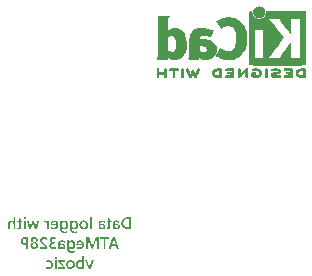
<source format=gbo>
%TF.GenerationSoftware,KiCad,Pcbnew,8.0.7*%
%TF.CreationDate,2025-02-10T19:55:19+01:00*%
%TF.ProjectId,0004-MCU-Datalogger,30303034-2d4d-4435-952d-446174616c6f,1*%
%TF.SameCoordinates,Original*%
%TF.FileFunction,Legend,Bot*%
%TF.FilePolarity,Positive*%
%FSLAX46Y46*%
G04 Gerber Fmt 4.6, Leading zero omitted, Abs format (unit mm)*
G04 Created by KiCad (PCBNEW 8.0.7) date 2025-02-10 19:55:19*
%MOMM*%
%LPD*%
G01*
G04 APERTURE LIST*
%ADD10C,0.100000*%
%ADD11C,0.010000*%
G04 APERTURE END LIST*
D10*
G36*
X150194068Y-79670000D02*
G01*
X149921493Y-79670000D01*
X149859539Y-79667839D01*
X149800806Y-79661359D01*
X149745294Y-79650559D01*
X149693003Y-79635439D01*
X149643933Y-79615999D01*
X149598084Y-79592239D01*
X149555456Y-79564158D01*
X149516049Y-79531758D01*
X149480615Y-79495736D01*
X149449905Y-79456913D01*
X149423920Y-79415289D01*
X149402660Y-79370863D01*
X149386124Y-79323636D01*
X149374312Y-79273609D01*
X149367225Y-79220780D01*
X149365039Y-79169302D01*
X149536810Y-79169302D01*
X149537652Y-79201082D01*
X149542794Y-79250986D01*
X149555136Y-79305817D01*
X149574210Y-79355136D01*
X149600016Y-79398942D01*
X149632553Y-79437236D01*
X149651179Y-79454172D01*
X149692475Y-79483046D01*
X149739164Y-79505257D01*
X149791245Y-79520804D01*
X149848718Y-79529689D01*
X149900732Y-79532002D01*
X150031402Y-79532002D01*
X150031402Y-78823942D01*
X149894626Y-78823942D01*
X149851297Y-78825291D01*
X149791544Y-78832374D01*
X149738081Y-78845527D01*
X149690908Y-78864751D01*
X149637795Y-78899827D01*
X149595864Y-78945695D01*
X149565114Y-79002355D01*
X149549390Y-79051933D01*
X149539955Y-79107582D01*
X149536810Y-79169302D01*
X149365039Y-79169302D01*
X149364863Y-79165150D01*
X149366992Y-79107032D01*
X149373377Y-79052664D01*
X149384020Y-79002046D01*
X149398920Y-78955177D01*
X149429251Y-78891904D01*
X149469161Y-78837067D01*
X149518650Y-78790667D01*
X149577717Y-78752704D01*
X149622416Y-78732081D01*
X149671373Y-78715208D01*
X149724586Y-78702085D01*
X149782057Y-78692711D01*
X149843784Y-78687087D01*
X149909769Y-78685212D01*
X150194068Y-78685212D01*
X150194068Y-79670000D01*
G37*
G36*
X148988626Y-78953267D02*
G01*
X149039608Y-78960222D01*
X149088186Y-78971814D01*
X149141821Y-78991199D01*
X149192183Y-79016894D01*
X149192183Y-79156357D01*
X149166523Y-79136092D01*
X149119780Y-79107131D01*
X149070699Y-79086444D01*
X149019281Y-79074032D01*
X148965526Y-79069895D01*
X148939991Y-79071185D01*
X148890178Y-79084230D01*
X148849992Y-79116340D01*
X148827667Y-79166799D01*
X148822644Y-79216685D01*
X149031472Y-79246238D01*
X149072458Y-79253933D01*
X149120835Y-79268753D01*
X149171228Y-79294610D01*
X149210423Y-79328612D01*
X149238419Y-79370759D01*
X149255216Y-79421052D01*
X149260816Y-79479490D01*
X149260587Y-79490980D01*
X149252572Y-79544165D01*
X149233109Y-79590242D01*
X149202197Y-79629211D01*
X149182706Y-79645465D01*
X149137139Y-79669708D01*
X149088624Y-79682105D01*
X149039532Y-79685631D01*
X148997226Y-79682548D01*
X148943567Y-79667874D01*
X148896407Y-79641115D01*
X148855745Y-79602271D01*
X148826063Y-79559357D01*
X148823132Y-79559357D01*
X148823132Y-79670000D01*
X148668771Y-79670000D01*
X148668771Y-79383258D01*
X148822644Y-79383258D01*
X148825636Y-79420780D01*
X148841344Y-79470766D01*
X148870516Y-79513196D01*
X148895902Y-79535742D01*
X148939877Y-79557484D01*
X148990927Y-79564731D01*
X149030840Y-79560015D01*
X149076412Y-79536154D01*
X149097128Y-79510037D01*
X149108408Y-79462149D01*
X149102684Y-79418267D01*
X149073726Y-79376175D01*
X149066922Y-79371687D01*
X149020485Y-79352392D01*
X148970167Y-79342470D01*
X148822644Y-79321709D01*
X148822644Y-79383258D01*
X148668771Y-79383258D01*
X148668771Y-79213021D01*
X148669812Y-79181286D01*
X148678139Y-79123957D01*
X148694793Y-79074819D01*
X148727321Y-79024912D01*
X148772860Y-78987803D01*
X148818660Y-78967328D01*
X148872786Y-78955043D01*
X148935240Y-78950949D01*
X148988626Y-78953267D01*
G37*
G36*
X148107012Y-79661207D02*
G01*
X148153488Y-79677903D01*
X148202329Y-79684772D01*
X148229867Y-79685631D01*
X148288831Y-79680837D01*
X148337801Y-79666454D01*
X148383373Y-79636538D01*
X148414554Y-79592815D01*
X148429545Y-79545832D01*
X148434542Y-79489260D01*
X148434542Y-79091632D01*
X148552023Y-79091632D01*
X148552023Y-78966580D01*
X148434542Y-78966580D01*
X148434542Y-78807578D01*
X148275296Y-78763370D01*
X148275296Y-78966580D01*
X148107012Y-78966580D01*
X148107012Y-79091632D01*
X148275296Y-79091632D01*
X148275296Y-79443098D01*
X148270305Y-79493881D01*
X148252581Y-79532491D01*
X148209725Y-79555967D01*
X148176866Y-79559113D01*
X148128490Y-79546280D01*
X148107012Y-79529316D01*
X148107012Y-79661207D01*
G37*
G36*
X147752757Y-78953267D02*
G01*
X147803739Y-78960222D01*
X147852317Y-78971814D01*
X147905952Y-78991199D01*
X147956315Y-79016894D01*
X147956315Y-79156357D01*
X147930654Y-79136092D01*
X147883911Y-79107131D01*
X147834830Y-79086444D01*
X147783413Y-79074032D01*
X147729657Y-79069895D01*
X147704123Y-79071185D01*
X147654309Y-79084230D01*
X147614124Y-79116340D01*
X147591798Y-79166799D01*
X147586775Y-79216685D01*
X147795603Y-79246238D01*
X147836589Y-79253933D01*
X147884966Y-79268753D01*
X147935359Y-79294610D01*
X147974554Y-79328612D01*
X148002550Y-79370759D01*
X148019348Y-79421052D01*
X148024947Y-79479490D01*
X148024718Y-79490980D01*
X148016704Y-79544165D01*
X147997241Y-79590242D01*
X147966329Y-79629211D01*
X147946837Y-79645465D01*
X147901270Y-79669708D01*
X147852756Y-79682105D01*
X147803663Y-79685631D01*
X147761357Y-79682548D01*
X147707698Y-79667874D01*
X147660538Y-79641115D01*
X147619876Y-79602271D01*
X147590195Y-79559357D01*
X147587264Y-79559357D01*
X147587264Y-79670000D01*
X147432902Y-79670000D01*
X147432902Y-79383258D01*
X147586775Y-79383258D01*
X147589767Y-79420780D01*
X147605475Y-79470766D01*
X147634647Y-79513196D01*
X147660033Y-79535742D01*
X147704008Y-79557484D01*
X147755058Y-79564731D01*
X147794971Y-79560015D01*
X147840543Y-79536154D01*
X147861260Y-79510037D01*
X147872539Y-79462149D01*
X147866815Y-79418267D01*
X147837857Y-79376175D01*
X147831053Y-79371687D01*
X147784617Y-79352392D01*
X147734298Y-79342470D01*
X147586775Y-79321709D01*
X147586775Y-79383258D01*
X147432902Y-79383258D01*
X147432902Y-79213021D01*
X147433943Y-79181286D01*
X147442270Y-79123957D01*
X147458925Y-79074819D01*
X147491452Y-79024912D01*
X147536992Y-78987803D01*
X147582791Y-78967328D01*
X147636917Y-78955043D01*
X147699371Y-78950949D01*
X147752757Y-78953267D01*
G37*
G36*
X146696998Y-79670000D02*
G01*
X146856978Y-79670000D01*
X146856978Y-78622686D01*
X146696998Y-78622686D01*
X146696998Y-79670000D01*
G37*
G36*
X146194171Y-78951822D02*
G01*
X146244050Y-78957161D01*
X146299371Y-78969976D01*
X146349746Y-78989779D01*
X146395175Y-79016573D01*
X146435659Y-79050355D01*
X146459415Y-79076417D01*
X146489111Y-79120046D01*
X146511679Y-79169118D01*
X146527121Y-79223635D01*
X146534545Y-79273224D01*
X146537019Y-79326594D01*
X146536640Y-79346647D01*
X146530944Y-79403805D01*
X146518413Y-79456464D01*
X146499047Y-79504624D01*
X146472847Y-79548285D01*
X146439811Y-79587445D01*
X146421007Y-79604992D01*
X146379934Y-79634908D01*
X146334241Y-79657920D01*
X146283929Y-79674029D01*
X146228997Y-79683234D01*
X146179692Y-79685631D01*
X146148877Y-79684742D01*
X146100191Y-79679311D01*
X146046175Y-79666277D01*
X145996968Y-79646132D01*
X145952569Y-79618878D01*
X145912979Y-79584515D01*
X145895214Y-79564969D01*
X145864926Y-79522362D01*
X145841627Y-79475067D01*
X145825318Y-79423083D01*
X145815999Y-79366411D01*
X145813759Y-79319511D01*
X145977215Y-79319511D01*
X145978449Y-79354173D01*
X145985559Y-79404273D01*
X146001111Y-79452753D01*
X146027773Y-79496831D01*
X146034233Y-79504373D01*
X146075869Y-79537156D01*
X146122685Y-79554187D01*
X146172121Y-79559113D01*
X146183486Y-79558866D01*
X146235960Y-79550217D01*
X146281183Y-79529214D01*
X146319155Y-79495854D01*
X146337831Y-79470475D01*
X146358600Y-79426191D01*
X146370675Y-79374450D01*
X146374109Y-79322198D01*
X146372786Y-79287682D01*
X146365161Y-79237467D01*
X146348481Y-79188347D01*
X146319888Y-79142923D01*
X146309375Y-79131313D01*
X146269342Y-79100859D01*
X146221629Y-79083094D01*
X146172121Y-79077955D01*
X146166286Y-79078016D01*
X146112639Y-79085401D01*
X146067530Y-79105093D01*
X146027773Y-79140969D01*
X146010591Y-79166446D01*
X145991484Y-79211584D01*
X145980375Y-79265030D01*
X145977215Y-79319511D01*
X145813759Y-79319511D01*
X145813572Y-79315603D01*
X145814381Y-79284114D01*
X145819327Y-79234560D01*
X145831197Y-79179929D01*
X145849541Y-79130570D01*
X145874359Y-79086483D01*
X145905652Y-79047669D01*
X145923556Y-79030384D01*
X145963204Y-79000914D01*
X146007969Y-78978246D01*
X146057852Y-78962377D01*
X146112852Y-78953310D01*
X146162595Y-78950949D01*
X146194171Y-78951822D01*
G37*
G36*
X145438115Y-78954658D02*
G01*
X145486855Y-78965786D01*
X145538098Y-78988146D01*
X145583286Y-79020604D01*
X145617201Y-79056461D01*
X145637007Y-79083988D01*
X145661766Y-79129586D01*
X145680582Y-79180354D01*
X145693456Y-79236290D01*
X145699646Y-79286852D01*
X145701709Y-79341004D01*
X145698944Y-79397831D01*
X145690649Y-79450158D01*
X145676825Y-79497986D01*
X145653707Y-79548098D01*
X145623063Y-79592086D01*
X145602623Y-79614011D01*
X145563106Y-79645345D01*
X145518821Y-79667726D01*
X145469767Y-79681155D01*
X145415945Y-79685631D01*
X145396412Y-79685105D01*
X145341558Y-79677220D01*
X145292319Y-79659872D01*
X145248696Y-79633062D01*
X145210688Y-79596789D01*
X145178296Y-79551053D01*
X145175610Y-79551053D01*
X145175610Y-79631165D01*
X145175855Y-79646973D01*
X145181728Y-79705187D01*
X145195432Y-79755371D01*
X145223575Y-79806810D01*
X145263954Y-79845703D01*
X145316568Y-79872049D01*
X145367470Y-79884094D01*
X145426203Y-79888108D01*
X145445767Y-79887565D01*
X145498924Y-79880807D01*
X145546614Y-79868557D01*
X145595402Y-79850393D01*
X145645289Y-79826315D01*
X145645289Y-79968953D01*
X145612456Y-79981900D01*
X145563624Y-79996338D01*
X145511450Y-80006476D01*
X145455933Y-80012313D01*
X145405687Y-80013893D01*
X145358512Y-80012361D01*
X145293458Y-80004317D01*
X145235251Y-79989378D01*
X145183892Y-79967543D01*
X145139381Y-79938814D01*
X145101717Y-79903189D01*
X145070902Y-79860669D01*
X145046935Y-79811254D01*
X145029815Y-79754944D01*
X145019543Y-79691739D01*
X145016119Y-79621639D01*
X145016119Y-79256741D01*
X145174144Y-79256741D01*
X145174144Y-79347843D01*
X145174195Y-79353581D01*
X145180234Y-79407420D01*
X145196339Y-79454818D01*
X145225680Y-79499518D01*
X145260894Y-79530688D01*
X145306573Y-79551640D01*
X145359525Y-79558625D01*
X145407080Y-79552590D01*
X145452174Y-79532013D01*
X145489706Y-79496831D01*
X145503849Y-79476431D01*
X145524944Y-79429548D01*
X145535731Y-79380419D01*
X145538799Y-79331235D01*
X145537553Y-79295129D01*
X145530374Y-79242743D01*
X145514671Y-79191727D01*
X145487752Y-79144877D01*
X145481187Y-79136773D01*
X145443754Y-79104096D01*
X145398641Y-79084490D01*
X145345847Y-79077955D01*
X145310615Y-79081237D01*
X145263491Y-79098467D01*
X145223237Y-79130467D01*
X145201759Y-79157960D01*
X145181048Y-79204293D01*
X145174144Y-79256741D01*
X145016119Y-79256741D01*
X145016119Y-78966580D01*
X145175610Y-78966580D01*
X145175610Y-79064766D01*
X145178296Y-79064766D01*
X145201051Y-79031977D01*
X145238838Y-78995408D01*
X145283544Y-78969733D01*
X145335169Y-78954950D01*
X145384926Y-78950949D01*
X145438115Y-78954658D01*
G37*
G36*
X144594988Y-78954658D02*
G01*
X144643729Y-78965786D01*
X144694972Y-78988146D01*
X144740160Y-79020604D01*
X144774075Y-79056461D01*
X144793881Y-79083988D01*
X144818639Y-79129586D01*
X144837456Y-79180354D01*
X144850330Y-79236290D01*
X144856519Y-79286852D01*
X144858583Y-79341004D01*
X144855818Y-79397831D01*
X144847523Y-79450158D01*
X144833698Y-79497986D01*
X144810581Y-79548098D01*
X144779936Y-79592086D01*
X144759496Y-79614011D01*
X144719980Y-79645345D01*
X144675694Y-79667726D01*
X144626641Y-79681155D01*
X144572818Y-79685631D01*
X144553286Y-79685105D01*
X144498431Y-79677220D01*
X144449192Y-79659872D01*
X144405569Y-79633062D01*
X144367562Y-79596789D01*
X144335170Y-79551053D01*
X144332483Y-79551053D01*
X144332483Y-79631165D01*
X144332728Y-79646973D01*
X144338601Y-79705187D01*
X144352306Y-79755371D01*
X144380449Y-79806810D01*
X144420827Y-79845703D01*
X144473442Y-79872049D01*
X144524344Y-79884094D01*
X144583077Y-79888108D01*
X144602641Y-79887565D01*
X144655798Y-79880807D01*
X144703487Y-79868557D01*
X144752276Y-79850393D01*
X144802162Y-79826315D01*
X144802162Y-79968953D01*
X144769329Y-79981900D01*
X144720498Y-79996338D01*
X144668323Y-80006476D01*
X144612807Y-80012313D01*
X144562560Y-80013893D01*
X144515386Y-80012361D01*
X144450331Y-80004317D01*
X144392125Y-79989378D01*
X144340766Y-79967543D01*
X144296254Y-79938814D01*
X144258591Y-79903189D01*
X144227776Y-79860669D01*
X144203808Y-79811254D01*
X144186689Y-79754944D01*
X144176417Y-79691739D01*
X144172993Y-79621639D01*
X144172993Y-79256741D01*
X144331018Y-79256741D01*
X144331018Y-79347843D01*
X144331068Y-79353581D01*
X144337108Y-79407420D01*
X144353212Y-79454818D01*
X144382553Y-79499518D01*
X144417768Y-79530688D01*
X144463447Y-79551640D01*
X144516398Y-79558625D01*
X144563954Y-79552590D01*
X144609048Y-79532013D01*
X144646580Y-79496831D01*
X144660723Y-79476431D01*
X144681817Y-79429548D01*
X144692604Y-79380419D01*
X144695673Y-79331235D01*
X144694426Y-79295129D01*
X144687248Y-79242743D01*
X144671545Y-79191727D01*
X144644626Y-79144877D01*
X144638061Y-79136773D01*
X144600628Y-79104096D01*
X144555514Y-79084490D01*
X144502721Y-79077955D01*
X144467489Y-79081237D01*
X144420365Y-79098467D01*
X144380111Y-79130467D01*
X144358633Y-79157960D01*
X144337922Y-79204293D01*
X144331018Y-79256741D01*
X144172993Y-79256741D01*
X144172993Y-78966580D01*
X144332483Y-78966580D01*
X144332483Y-79064766D01*
X144335170Y-79064766D01*
X144357925Y-79031977D01*
X144395712Y-78995408D01*
X144440418Y-78969733D01*
X144492043Y-78954950D01*
X144541800Y-78950949D01*
X144594988Y-78954658D01*
G37*
G36*
X143694551Y-78951352D02*
G01*
X143745919Y-78957406D01*
X143793973Y-78970724D01*
X143838712Y-78991306D01*
X143880137Y-79019152D01*
X143918248Y-79054263D01*
X143935620Y-79074121D01*
X143965238Y-79117032D01*
X143988021Y-79164201D01*
X144003970Y-79215630D01*
X144013083Y-79271317D01*
X144015456Y-79320976D01*
X144014681Y-79352809D01*
X144009946Y-79402828D01*
X143998580Y-79457846D01*
X143981014Y-79507402D01*
X143957249Y-79551498D01*
X143927285Y-79590132D01*
X143885400Y-79627343D01*
X143837111Y-79655415D01*
X143790623Y-79672202D01*
X143739429Y-79682274D01*
X143683530Y-79685631D01*
X143626526Y-79683519D01*
X143573850Y-79677182D01*
X143525501Y-79666620D01*
X143474564Y-79648959D01*
X143429518Y-79625547D01*
X143429518Y-79498053D01*
X143435413Y-79502110D01*
X143477695Y-79526904D01*
X143528192Y-79547512D01*
X143581009Y-79559877D01*
X143636147Y-79563998D01*
X143648527Y-79563792D01*
X143700081Y-79557764D01*
X143749388Y-79541278D01*
X143793928Y-79511242D01*
X143800889Y-79504442D01*
X143831534Y-79460802D01*
X143848173Y-79411963D01*
X143854012Y-79360544D01*
X143374563Y-79360544D01*
X143374563Y-79299727D01*
X143374640Y-79289539D01*
X143376944Y-79247948D01*
X143528436Y-79247948D01*
X143854012Y-79247948D01*
X143844931Y-79205182D01*
X143825962Y-79159524D01*
X143795393Y-79118011D01*
X143773456Y-79098691D01*
X143727444Y-79075402D01*
X143678890Y-79068429D01*
X143657723Y-79069586D01*
X143609612Y-79083422D01*
X143568980Y-79115812D01*
X143547914Y-79148971D01*
X143532710Y-79198522D01*
X143528436Y-79247948D01*
X143376944Y-79247948D01*
X143377345Y-79240703D01*
X143385691Y-79186727D01*
X143399602Y-79137800D01*
X143422863Y-79087100D01*
X143453698Y-79043272D01*
X143479943Y-79016675D01*
X143522036Y-78987013D01*
X143570370Y-78966186D01*
X143624945Y-78954194D01*
X143676691Y-78950949D01*
X143694551Y-78951352D01*
G37*
G36*
X142818666Y-79107264D02*
G01*
X142867433Y-79093480D01*
X142901709Y-79091632D01*
X142951534Y-79100700D01*
X142994765Y-79127903D01*
X143019922Y-79156113D01*
X143044910Y-79200792D01*
X143059485Y-79248753D01*
X143066149Y-79297548D01*
X143067306Y-79330990D01*
X143067306Y-79670000D01*
X143226552Y-79670000D01*
X143226552Y-78966580D01*
X143067306Y-78966580D01*
X143067306Y-79107264D01*
X143064619Y-79107264D01*
X143045555Y-79060392D01*
X143018043Y-79018013D01*
X142992811Y-78992226D01*
X142951507Y-78965500D01*
X142902967Y-78951956D01*
X142884612Y-78950949D01*
X142834762Y-78956836D01*
X142818666Y-78963405D01*
X142818666Y-79107264D01*
G37*
G36*
X141377878Y-78966580D02*
G01*
X141585484Y-79670000D01*
X141752302Y-79670000D01*
X141880041Y-79193237D01*
X141888798Y-79144109D01*
X141889811Y-79131444D01*
X141892497Y-79131444D01*
X141901752Y-79180575D01*
X141904954Y-79191772D01*
X142043684Y-79670000D01*
X142207082Y-79670000D01*
X142413956Y-78966580D01*
X142249092Y-78966580D01*
X142121353Y-79473628D01*
X142113767Y-79522501D01*
X142113049Y-79533956D01*
X142108164Y-79533956D01*
X142100313Y-79484382D01*
X142097173Y-79472163D01*
X141955024Y-78966580D01*
X141805303Y-78966580D01*
X141678785Y-79475582D01*
X141670915Y-79525080D01*
X141669992Y-79536154D01*
X141665107Y-79536154D01*
X141657418Y-79486335D01*
X141654849Y-79475582D01*
X141529797Y-78966580D01*
X141377878Y-78966580D01*
G37*
G36*
X141186636Y-78825896D02*
G01*
X141235279Y-78813890D01*
X141253802Y-78800495D01*
X141279219Y-78756789D01*
X141281402Y-78735771D01*
X141268357Y-78688156D01*
X141253802Y-78670558D01*
X141210092Y-78646976D01*
X141186636Y-78644424D01*
X141138786Y-78655679D01*
X141118003Y-78670558D01*
X141092658Y-78712610D01*
X141089915Y-78735771D01*
X141104426Y-78783712D01*
X141118003Y-78799518D01*
X141162512Y-78823320D01*
X141186636Y-78825896D01*
G37*
G36*
X141106524Y-79670000D02*
G01*
X141265770Y-79670000D01*
X141265770Y-78966580D01*
X141106524Y-78966580D01*
X141106524Y-79670000D01*
G37*
G36*
X140529622Y-79661207D02*
G01*
X140576098Y-79677903D01*
X140624939Y-79684772D01*
X140652476Y-79685631D01*
X140711441Y-79680837D01*
X140760411Y-79666454D01*
X140805983Y-79636538D01*
X140837164Y-79592815D01*
X140852155Y-79545832D01*
X140857152Y-79489260D01*
X140857152Y-79091632D01*
X140974633Y-79091632D01*
X140974633Y-78966580D01*
X140857152Y-78966580D01*
X140857152Y-78807578D01*
X140697906Y-78763370D01*
X140697906Y-78966580D01*
X140529622Y-78966580D01*
X140529622Y-79091632D01*
X140697906Y-79091632D01*
X140697906Y-79443098D01*
X140692915Y-79493881D01*
X140675191Y-79532491D01*
X140632335Y-79555967D01*
X140599476Y-79559113D01*
X140551100Y-79546280D01*
X140529622Y-79529316D01*
X140529622Y-79661207D01*
G37*
G36*
X139770271Y-79670000D02*
G01*
X139929518Y-79670000D01*
X139929518Y-79286050D01*
X139931697Y-79237163D01*
X139940549Y-79185221D01*
X139960161Y-79136334D01*
X139995436Y-79097836D01*
X140044057Y-79079300D01*
X140068980Y-79077466D01*
X140118462Y-79085950D01*
X140161762Y-79111401D01*
X140187194Y-79137794D01*
X140214588Y-79183253D01*
X140229624Y-79231491D01*
X140235122Y-79280533D01*
X140235310Y-79292156D01*
X140235310Y-79670000D01*
X140395289Y-79670000D01*
X140395289Y-78622686D01*
X140235310Y-78622686D01*
X140235310Y-79084305D01*
X140232623Y-79084305D01*
X140200268Y-79038985D01*
X140163105Y-79003041D01*
X140121134Y-78976474D01*
X140074354Y-78959283D01*
X140022765Y-78951469D01*
X140004500Y-78950949D01*
X139949603Y-78955417D01*
X139902025Y-78968824D01*
X139852846Y-78998151D01*
X139815104Y-79041443D01*
X139793145Y-79086132D01*
X139778506Y-79139759D01*
X139771186Y-79202323D01*
X139770271Y-79236957D01*
X139770271Y-79670000D01*
G37*
G36*
X149195114Y-81350000D02*
G01*
X149016572Y-81350000D01*
X148931332Y-81092568D01*
X148543962Y-81092568D01*
X148455302Y-81350000D01*
X148276028Y-81350000D01*
X148421314Y-80959211D01*
X148587193Y-80959211D01*
X148888833Y-80959211D01*
X148753523Y-80568178D01*
X148749360Y-80553969D01*
X148739601Y-80505896D01*
X148736914Y-80505896D01*
X148734795Y-80518687D01*
X148723969Y-80568178D01*
X148587193Y-80959211D01*
X148421314Y-80959211D01*
X148642148Y-80365212D01*
X148826307Y-80365212D01*
X149195114Y-81350000D01*
G37*
G36*
X147570166Y-80503942D02*
G01*
X147852999Y-80503942D01*
X147852999Y-81350000D01*
X148016642Y-81350000D01*
X148016642Y-80503942D01*
X148298987Y-80503942D01*
X148298987Y-80365212D01*
X147570166Y-80365212D01*
X147570166Y-80503942D01*
G37*
G36*
X146372399Y-81350000D02*
G01*
X146534577Y-81350000D01*
X146534577Y-80712770D01*
X146533622Y-80660358D01*
X146531132Y-80607355D01*
X146527621Y-80555602D01*
X146524807Y-80521039D01*
X146527738Y-80521039D01*
X146540166Y-80570540D01*
X146554360Y-80613852D01*
X146848429Y-81350000D01*
X146961025Y-81350000D01*
X147255826Y-80619225D01*
X147270105Y-80572290D01*
X147281960Y-80521039D01*
X147284646Y-80521039D01*
X147281448Y-80570507D01*
X147279819Y-80624117D01*
X147279166Y-80673989D01*
X147279029Y-80713991D01*
X147279029Y-81350000D01*
X147430215Y-81350000D01*
X147430215Y-80365212D01*
X147200138Y-80365212D01*
X146941241Y-81021004D01*
X146923347Y-81068360D01*
X146907586Y-81115523D01*
X146902650Y-81133600D01*
X146899231Y-81133600D01*
X146882893Y-81084936D01*
X146865356Y-81036690D01*
X146857954Y-81018318D01*
X146594172Y-80365212D01*
X146372399Y-80365212D01*
X146372399Y-81350000D01*
G37*
G36*
X145879058Y-80631352D02*
G01*
X145930427Y-80637406D01*
X145978480Y-80650724D01*
X146023220Y-80671306D01*
X146064645Y-80699152D01*
X146102755Y-80734263D01*
X146120127Y-80754121D01*
X146149746Y-80797032D01*
X146172529Y-80844201D01*
X146188477Y-80895630D01*
X146197591Y-80951317D01*
X146199964Y-81000976D01*
X146199189Y-81032809D01*
X146194453Y-81082828D01*
X146183087Y-81137846D01*
X146165522Y-81187402D01*
X146141757Y-81231498D01*
X146111792Y-81270132D01*
X146069908Y-81307343D01*
X146021619Y-81335415D01*
X145975131Y-81352202D01*
X145923937Y-81362274D01*
X145868038Y-81365631D01*
X145811034Y-81363519D01*
X145758357Y-81357182D01*
X145710009Y-81346620D01*
X145659072Y-81328959D01*
X145614025Y-81305547D01*
X145614025Y-81178053D01*
X145619920Y-81182110D01*
X145662202Y-81206904D01*
X145712699Y-81227512D01*
X145765517Y-81239877D01*
X145820655Y-81243998D01*
X145833035Y-81243792D01*
X145884589Y-81237764D01*
X145933896Y-81221278D01*
X145978436Y-81191242D01*
X145985396Y-81184442D01*
X146016041Y-81140802D01*
X146032680Y-81091963D01*
X146038519Y-81040544D01*
X145559071Y-81040544D01*
X145559071Y-80979727D01*
X145559148Y-80969539D01*
X145561452Y-80927948D01*
X145712944Y-80927948D01*
X146038519Y-80927948D01*
X146029439Y-80885182D01*
X146010470Y-80839524D01*
X145979901Y-80798011D01*
X145957964Y-80778691D01*
X145911952Y-80755402D01*
X145863397Y-80748429D01*
X145842231Y-80749586D01*
X145794120Y-80763422D01*
X145753488Y-80795812D01*
X145732422Y-80828971D01*
X145717218Y-80878522D01*
X145712944Y-80927948D01*
X145561452Y-80927948D01*
X145561853Y-80920703D01*
X145570199Y-80866727D01*
X145584109Y-80817800D01*
X145607371Y-80767100D01*
X145638205Y-80723272D01*
X145664451Y-80696675D01*
X145706544Y-80667013D01*
X145754878Y-80646186D01*
X145809453Y-80634194D01*
X145861199Y-80630949D01*
X145879058Y-80631352D01*
G37*
G36*
X145192894Y-80634658D02*
G01*
X145241635Y-80645786D01*
X145292878Y-80668146D01*
X145338066Y-80700604D01*
X145371981Y-80736461D01*
X145391787Y-80763988D01*
X145416545Y-80809586D01*
X145435362Y-80860354D01*
X145448236Y-80916290D01*
X145454425Y-80966852D01*
X145456489Y-81021004D01*
X145453724Y-81077831D01*
X145445429Y-81130158D01*
X145431604Y-81177986D01*
X145408487Y-81228098D01*
X145377842Y-81272086D01*
X145357402Y-81294011D01*
X145317886Y-81325345D01*
X145273600Y-81347726D01*
X145224547Y-81361155D01*
X145170724Y-81365631D01*
X145151192Y-81365105D01*
X145096337Y-81357220D01*
X145047098Y-81339872D01*
X145003475Y-81313062D01*
X144965468Y-81276789D01*
X144933076Y-81231053D01*
X144930389Y-81231053D01*
X144930389Y-81311165D01*
X144930634Y-81326973D01*
X144936507Y-81385187D01*
X144950212Y-81435371D01*
X144978355Y-81486810D01*
X145018733Y-81525703D01*
X145071348Y-81552049D01*
X145122250Y-81564094D01*
X145180983Y-81568108D01*
X145200547Y-81567565D01*
X145253704Y-81560807D01*
X145301393Y-81548557D01*
X145350182Y-81530393D01*
X145400068Y-81506315D01*
X145400068Y-81648953D01*
X145367235Y-81661900D01*
X145318404Y-81676338D01*
X145266229Y-81686476D01*
X145210713Y-81692313D01*
X145160466Y-81693893D01*
X145113292Y-81692361D01*
X145048237Y-81684317D01*
X144990031Y-81669378D01*
X144938672Y-81647543D01*
X144894160Y-81618814D01*
X144856497Y-81583189D01*
X144825682Y-81540669D01*
X144801714Y-81491254D01*
X144784595Y-81434944D01*
X144774323Y-81371739D01*
X144770899Y-81301639D01*
X144770899Y-80936741D01*
X144928924Y-80936741D01*
X144928924Y-81027843D01*
X144928974Y-81033581D01*
X144935014Y-81087420D01*
X144951118Y-81134818D01*
X144980459Y-81179518D01*
X145015674Y-81210688D01*
X145061353Y-81231640D01*
X145114304Y-81238625D01*
X145161860Y-81232590D01*
X145206954Y-81212013D01*
X145244486Y-81176831D01*
X145258629Y-81156431D01*
X145279723Y-81109548D01*
X145290510Y-81060419D01*
X145293579Y-81011235D01*
X145292332Y-80975129D01*
X145285154Y-80922743D01*
X145269451Y-80871727D01*
X145242532Y-80824877D01*
X145235967Y-80816773D01*
X145198534Y-80784096D01*
X145153420Y-80764490D01*
X145100627Y-80757955D01*
X145065395Y-80761237D01*
X145018271Y-80778467D01*
X144978017Y-80810467D01*
X144956539Y-80837960D01*
X144935828Y-80884293D01*
X144928924Y-80936741D01*
X144770899Y-80936741D01*
X144770899Y-80646580D01*
X144930389Y-80646580D01*
X144930389Y-80744766D01*
X144933076Y-80744766D01*
X144955831Y-80711977D01*
X144993618Y-80675408D01*
X145038324Y-80649733D01*
X145089949Y-80634950D01*
X145139706Y-80630949D01*
X145192894Y-80634658D01*
G37*
G36*
X144348012Y-80633267D02*
G01*
X144398993Y-80640222D01*
X144447571Y-80651814D01*
X144501206Y-80671199D01*
X144551569Y-80696894D01*
X144551569Y-80836357D01*
X144525908Y-80816092D01*
X144479165Y-80787131D01*
X144430085Y-80766444D01*
X144378667Y-80754032D01*
X144324911Y-80749895D01*
X144299377Y-80751185D01*
X144249564Y-80764230D01*
X144209378Y-80796340D01*
X144187053Y-80846799D01*
X144182029Y-80896685D01*
X144390857Y-80926238D01*
X144431843Y-80933933D01*
X144480221Y-80948753D01*
X144530614Y-80974610D01*
X144569808Y-81008612D01*
X144597804Y-81050759D01*
X144614602Y-81101052D01*
X144620201Y-81159490D01*
X144619972Y-81170980D01*
X144611958Y-81224165D01*
X144592495Y-81270242D01*
X144561583Y-81309211D01*
X144542091Y-81325465D01*
X144496525Y-81349708D01*
X144448010Y-81362105D01*
X144398917Y-81365631D01*
X144356611Y-81362548D01*
X144302953Y-81347874D01*
X144255792Y-81321115D01*
X144215130Y-81282271D01*
X144185449Y-81239357D01*
X144182518Y-81239357D01*
X144182518Y-81350000D01*
X144028156Y-81350000D01*
X144028156Y-81063258D01*
X144182029Y-81063258D01*
X144185021Y-81100780D01*
X144200729Y-81150766D01*
X144229901Y-81193196D01*
X144255287Y-81215742D01*
X144299262Y-81237484D01*
X144350313Y-81244731D01*
X144390225Y-81240015D01*
X144435798Y-81216154D01*
X144456514Y-81190037D01*
X144467794Y-81142149D01*
X144462070Y-81098267D01*
X144433111Y-81056175D01*
X144426308Y-81051687D01*
X144379871Y-81032392D01*
X144329552Y-81022470D01*
X144182029Y-81001709D01*
X144182029Y-81063258D01*
X144028156Y-81063258D01*
X144028156Y-80893021D01*
X144029197Y-80861286D01*
X144037524Y-80803957D01*
X144054179Y-80754819D01*
X144086707Y-80704912D01*
X144132246Y-80667803D01*
X144178045Y-80647328D01*
X144232172Y-80635043D01*
X144294625Y-80630949D01*
X144348012Y-80633267D01*
G37*
G36*
X143856454Y-81312142D02*
G01*
X143856454Y-81160711D01*
X143813172Y-81191260D01*
X143767529Y-81214306D01*
X143719526Y-81229849D01*
X143669161Y-81237888D01*
X143639322Y-81239113D01*
X143587222Y-81235520D01*
X143536675Y-81223098D01*
X143490000Y-81199185D01*
X143482518Y-81193684D01*
X143446649Y-81154930D01*
X143427334Y-81107176D01*
X143423655Y-81070341D01*
X143429911Y-81021087D01*
X143453930Y-80973002D01*
X143495965Y-80936938D01*
X143544755Y-80916068D01*
X143592794Y-80905382D01*
X143648841Y-80900039D01*
X143679866Y-80899371D01*
X143756070Y-80899371D01*
X143756070Y-80771632D01*
X143683286Y-80771632D01*
X143629991Y-80769232D01*
X143573365Y-80759480D01*
X143520071Y-80737876D01*
X143482765Y-80705470D01*
X143459448Y-80654010D01*
X143455895Y-80618004D01*
X143464380Y-80562901D01*
X143494857Y-80516499D01*
X143539707Y-80490397D01*
X143591656Y-80478797D01*
X143633216Y-80476587D01*
X143681942Y-80480770D01*
X143729203Y-80493318D01*
X143774999Y-80514231D01*
X143819329Y-80543510D01*
X143819329Y-80404780D01*
X143773765Y-80383272D01*
X143724694Y-80367046D01*
X143672118Y-80356103D01*
X143616035Y-80350443D01*
X143582413Y-80349581D01*
X143527533Y-80352678D01*
X143477654Y-80361969D01*
X143426775Y-80380173D01*
X143382430Y-80406467D01*
X143372364Y-80414305D01*
X143337743Y-80448957D01*
X143310618Y-80493415D01*
X143296012Y-80543668D01*
X143293230Y-80580390D01*
X143298060Y-80636679D01*
X143312550Y-80686326D01*
X143336700Y-80729330D01*
X143370510Y-80765690D01*
X143413980Y-80795409D01*
X143467110Y-80818484D01*
X143491066Y-80825854D01*
X143491066Y-80828541D01*
X143440615Y-80837212D01*
X143390535Y-80855141D01*
X143347527Y-80881725D01*
X143322783Y-80904256D01*
X143292912Y-80943351D01*
X143271188Y-80992772D01*
X143261955Y-81042635D01*
X143260990Y-81066434D01*
X143265758Y-81122727D01*
X143280063Y-81174065D01*
X143303906Y-81220447D01*
X143337285Y-81261874D01*
X143360641Y-81283321D01*
X143407170Y-81315393D01*
X143451889Y-81336614D01*
X143501074Y-81352047D01*
X143554723Y-81361692D01*
X143612838Y-81365551D01*
X143622958Y-81365631D01*
X143675743Y-81363751D01*
X143724372Y-81358109D01*
X143775853Y-81346774D01*
X143827762Y-81327551D01*
X143856454Y-81312142D01*
G37*
G36*
X142478680Y-81350000D02*
G01*
X143096858Y-81350000D01*
X143096858Y-81273796D01*
X143092763Y-81223169D01*
X143083914Y-81186357D01*
X143065152Y-81139642D01*
X143048743Y-81109665D01*
X143020056Y-81068203D01*
X142997452Y-81041521D01*
X142962890Y-81006221D01*
X142934193Y-80979727D01*
X142895888Y-80946823D01*
X142865560Y-80922086D01*
X142826457Y-80890685D01*
X142796684Y-80866154D01*
X142759399Y-80833258D01*
X142739043Y-80813886D01*
X142705387Y-80775913D01*
X142694346Y-80760642D01*
X142671174Y-80717594D01*
X142665526Y-80702512D01*
X142655909Y-80653831D01*
X142655267Y-80636322D01*
X142660924Y-80587322D01*
X142667235Y-80568178D01*
X142694386Y-80525674D01*
X142700941Y-80519330D01*
X142743187Y-80493312D01*
X142752232Y-80490020D01*
X142801605Y-80480486D01*
X142816712Y-80480006D01*
X142866091Y-80484682D01*
X142916196Y-80498710D01*
X142939566Y-80508339D01*
X142985774Y-80533354D01*
X143026924Y-80563225D01*
X143059734Y-80592602D01*
X143059734Y-80439462D01*
X143018080Y-80411116D01*
X142998917Y-80400139D01*
X142953318Y-80378815D01*
X142934925Y-80372051D01*
X142885761Y-80358704D01*
X142865560Y-80355198D01*
X142815582Y-80350245D01*
X142787891Y-80349581D01*
X142735771Y-80352483D01*
X142684239Y-80362100D01*
X142666991Y-80367166D01*
X142619646Y-80387073D01*
X142576835Y-80416352D01*
X142574423Y-80418457D01*
X142540229Y-80456620D01*
X142516158Y-80500051D01*
X142514828Y-80503210D01*
X142500469Y-80550560D01*
X142494336Y-80599719D01*
X142493823Y-80619958D01*
X142496675Y-80669813D01*
X142506059Y-80718145D01*
X142508722Y-80727180D01*
X142526490Y-80773220D01*
X142550487Y-80816085D01*
X142580468Y-80856140D01*
X142613788Y-80891918D01*
X142616189Y-80894242D01*
X142654124Y-80929476D01*
X142693113Y-80963136D01*
X142701918Y-80970446D01*
X142741668Y-81002259D01*
X142781297Y-81033217D01*
X142821062Y-81065241D01*
X142852371Y-81092812D01*
X142887176Y-81129238D01*
X142903662Y-81151186D01*
X142922267Y-81196898D01*
X142923202Y-81209804D01*
X142923202Y-81213224D01*
X142478680Y-81213224D01*
X142478680Y-81350000D01*
G37*
G36*
X142018278Y-80350040D02*
G01*
X142066895Y-80355531D01*
X142115735Y-80368387D01*
X142122367Y-80370765D01*
X142168638Y-80392246D01*
X142208791Y-80420167D01*
X142243901Y-80456254D01*
X142270585Y-80498569D01*
X142287254Y-80546013D01*
X142292811Y-80597487D01*
X142290999Y-80626300D01*
X142278023Y-80676771D01*
X142254953Y-80719853D01*
X142234406Y-80746201D01*
X142197518Y-80781028D01*
X142153348Y-80810223D01*
X142186660Y-80825451D01*
X142228819Y-80853942D01*
X142251488Y-80875237D01*
X142282553Y-80915003D01*
X142297013Y-80941358D01*
X142314549Y-80989253D01*
X142321349Y-81022282D01*
X142325051Y-81072295D01*
X142324455Y-81092406D01*
X142317323Y-81142182D01*
X142300627Y-81191730D01*
X142294223Y-81204984D01*
X142267122Y-81247586D01*
X142232727Y-81284298D01*
X142218665Y-81295870D01*
X142175041Y-81323893D01*
X142128924Y-81344138D01*
X142098134Y-81353541D01*
X142049144Y-81362609D01*
X141996789Y-81365631D01*
X141965542Y-81364603D01*
X141914749Y-81358054D01*
X141863676Y-81344138D01*
X141845171Y-81337010D01*
X141801019Y-81314625D01*
X141759873Y-81284298D01*
X141749310Y-81274410D01*
X141717146Y-81236015D01*
X141692462Y-81191730D01*
X141684245Y-81171011D01*
X141672273Y-81123467D01*
X141668282Y-81072295D01*
X141668980Y-81058862D01*
X141823620Y-81058862D01*
X141825179Y-81086652D01*
X141836810Y-81134577D01*
X141843908Y-81150819D01*
X141872713Y-81192219D01*
X141884742Y-81203500D01*
X141927424Y-81229099D01*
X141947736Y-81235926D01*
X141996789Y-81242044D01*
X142018210Y-81241059D01*
X142067863Y-81229588D01*
X142083281Y-81222551D01*
X142122574Y-81193196D01*
X142134421Y-81179058D01*
X142157500Y-81135554D01*
X142164942Y-81108741D01*
X142169713Y-81058862D01*
X142168448Y-81034166D01*
X142156768Y-80984368D01*
X142148694Y-80965887D01*
X142120864Y-80925505D01*
X142108728Y-80913767D01*
X142065909Y-80887159D01*
X142045411Y-80879947D01*
X141996789Y-80873482D01*
X141972951Y-80874913D01*
X141925714Y-80888136D01*
X141910296Y-80896120D01*
X141871004Y-80927948D01*
X141859057Y-80942676D01*
X141836077Y-80986810D01*
X141829508Y-81008330D01*
X141823620Y-81058862D01*
X141668980Y-81058862D01*
X141670096Y-81037378D01*
X141679273Y-80988520D01*
X141689062Y-80959188D01*
X141712246Y-80914270D01*
X141731880Y-80887895D01*
X141766956Y-80853698D01*
X141797343Y-80832153D01*
X141842183Y-80810223D01*
X141812477Y-80791386D01*
X141773757Y-80758436D01*
X141742043Y-80719853D01*
X141727292Y-80695131D01*
X141709509Y-80646179D01*
X141706002Y-80614096D01*
X141859280Y-80614096D01*
X141859452Y-80621484D01*
X141870271Y-80669783D01*
X141872402Y-80674536D01*
X141900313Y-80714724D01*
X141902688Y-80717075D01*
X141944276Y-80745010D01*
X141948982Y-80746974D01*
X141998010Y-80756001D01*
X142003382Y-80755906D01*
X142051988Y-80745254D01*
X142055106Y-80743878D01*
X142095707Y-80715457D01*
X142099121Y-80711781D01*
X142125260Y-80670272D01*
X142127836Y-80663731D01*
X142136251Y-80614096D01*
X142136163Y-80608718D01*
X142126237Y-80559385D01*
X142124954Y-80556175D01*
X142098149Y-80514200D01*
X142095832Y-80511791D01*
X142054430Y-80483670D01*
X142046355Y-80480433D01*
X141998010Y-80472435D01*
X141992505Y-80472529D01*
X141943055Y-80483182D01*
X141939907Y-80484556D01*
X141899092Y-80512735D01*
X141895682Y-80516328D01*
X141870027Y-80557920D01*
X141867508Y-80564515D01*
X141859280Y-80614096D01*
X141706002Y-80614096D01*
X141704186Y-80597487D01*
X141709681Y-80546563D01*
X141726168Y-80499302D01*
X141752546Y-80456926D01*
X141787717Y-80420655D01*
X141792689Y-80416560D01*
X141833633Y-80389429D01*
X141881018Y-80368632D01*
X141898124Y-80363143D01*
X141948560Y-80352725D01*
X141998743Y-80349581D01*
X142018278Y-80350040D01*
G37*
G36*
X141489252Y-81350000D02*
G01*
X141326586Y-81350000D01*
X141326586Y-80998778D01*
X141195184Y-80998778D01*
X141174691Y-80998419D01*
X141116431Y-80993023D01*
X141062996Y-80981154D01*
X141014387Y-80962810D01*
X140970603Y-80937991D01*
X140931646Y-80906699D01*
X140898444Y-80870231D01*
X140868391Y-80823019D01*
X140847687Y-80770781D01*
X140837383Y-80722006D01*
X140834396Y-80676378D01*
X141005651Y-80676378D01*
X141011018Y-80728618D01*
X141029318Y-80776991D01*
X141060606Y-80815840D01*
X141079002Y-80830124D01*
X141123127Y-80851429D01*
X141171202Y-80862323D01*
X141220585Y-80865422D01*
X141326586Y-80865422D01*
X141326586Y-80499790D01*
X141207640Y-80499790D01*
X141160299Y-80502549D01*
X141109999Y-80513759D01*
X141062658Y-80538591D01*
X141029519Y-80575840D01*
X141010583Y-80625505D01*
X141005651Y-80676378D01*
X140834396Y-80676378D01*
X140833948Y-80669539D01*
X140836232Y-80625870D01*
X140845002Y-80577670D01*
X140863547Y-80527232D01*
X140891044Y-80483035D01*
X140927493Y-80445080D01*
X140939455Y-80435408D01*
X140986022Y-80406472D01*
X141031761Y-80387753D01*
X141082874Y-80374650D01*
X141139363Y-80367162D01*
X141190543Y-80365212D01*
X141489252Y-80365212D01*
X141489252Y-81350000D01*
G37*
G36*
X146321109Y-82326580D02*
G01*
X146592951Y-83030000D01*
X146765387Y-83030000D01*
X147024528Y-82326580D01*
X146851360Y-82326580D01*
X146695289Y-82818485D01*
X146681579Y-82866313D01*
X146673307Y-82913251D01*
X146671353Y-82913251D01*
X146663476Y-82864830D01*
X146652058Y-82821172D01*
X146488660Y-82326580D01*
X146321109Y-82326580D01*
G37*
G36*
X146216573Y-83030000D02*
G01*
X146057327Y-83030000D01*
X146057327Y-82927418D01*
X146054640Y-82927418D01*
X146031089Y-82961473D01*
X145992587Y-82999454D01*
X145947634Y-83026121D01*
X145896230Y-83041475D01*
X145847034Y-83045631D01*
X145794343Y-83041913D01*
X145745997Y-83030759D01*
X145695085Y-83008348D01*
X145650087Y-82975815D01*
X145616224Y-82939874D01*
X145596418Y-82912278D01*
X145571659Y-82866778D01*
X145552843Y-82816348D01*
X145539969Y-82760990D01*
X145533779Y-82711093D01*
X145531735Y-82658262D01*
X145695359Y-82658262D01*
X145697136Y-82702601D01*
X145705036Y-82755762D01*
X145721477Y-82807430D01*
X145745917Y-82850481D01*
X145749099Y-82854703D01*
X145785039Y-82889556D01*
X145833223Y-82912411D01*
X145884891Y-82919113D01*
X145920978Y-82915785D01*
X145968926Y-82898314D01*
X146009455Y-82865868D01*
X146033187Y-82833945D01*
X146052747Y-82785671D01*
X146058548Y-82735687D01*
X146058548Y-82648736D01*
X146058346Y-82637558D01*
X146051266Y-82585218D01*
X146034074Y-82538793D01*
X146006768Y-82498283D01*
X145967216Y-82463936D01*
X145919756Y-82443846D01*
X145869748Y-82437955D01*
X145827195Y-82442592D01*
X145778692Y-82463200D01*
X145742498Y-82496573D01*
X145728918Y-82515912D01*
X145708663Y-82561173D01*
X145698305Y-82609413D01*
X145695359Y-82658262D01*
X145531735Y-82658262D01*
X145531716Y-82657773D01*
X145534361Y-82600672D01*
X145542295Y-82548070D01*
X145555518Y-82499968D01*
X145577631Y-82449535D01*
X145606943Y-82405226D01*
X145626658Y-82383130D01*
X145665530Y-82351551D01*
X145709966Y-82328994D01*
X145759964Y-82315460D01*
X145815526Y-82310949D01*
X145834893Y-82311495D01*
X145889456Y-82319696D01*
X145938712Y-82337736D01*
X145982661Y-82365617D01*
X146021304Y-82403338D01*
X146054640Y-82450900D01*
X146057327Y-82450900D01*
X146057327Y-81982686D01*
X146216573Y-81982686D01*
X146216573Y-83030000D01*
G37*
G36*
X145076028Y-82311822D02*
G01*
X145125907Y-82317161D01*
X145181228Y-82329976D01*
X145231603Y-82349779D01*
X145277032Y-82376573D01*
X145317515Y-82410355D01*
X145341272Y-82436417D01*
X145370967Y-82480046D01*
X145393536Y-82529118D01*
X145408977Y-82583635D01*
X145416401Y-82633224D01*
X145418876Y-82686594D01*
X145418496Y-82706647D01*
X145412800Y-82763805D01*
X145400270Y-82816464D01*
X145380904Y-82864624D01*
X145354703Y-82908285D01*
X145321667Y-82947445D01*
X145302863Y-82964992D01*
X145261790Y-82994908D01*
X145216098Y-83017920D01*
X145165786Y-83034029D01*
X145110854Y-83043234D01*
X145061549Y-83045631D01*
X145030734Y-83044742D01*
X144982048Y-83039311D01*
X144928032Y-83026277D01*
X144878824Y-83006132D01*
X144834426Y-82978878D01*
X144794835Y-82944515D01*
X144777070Y-82924969D01*
X144746782Y-82882362D01*
X144723484Y-82835067D01*
X144707175Y-82783083D01*
X144697856Y-82726411D01*
X144695616Y-82679511D01*
X144859071Y-82679511D01*
X144860306Y-82714173D01*
X144867415Y-82764273D01*
X144882968Y-82812753D01*
X144909630Y-82856831D01*
X144916090Y-82864373D01*
X144957725Y-82897156D01*
X145004542Y-82914187D01*
X145053977Y-82919113D01*
X145065342Y-82918866D01*
X145117816Y-82910217D01*
X145163039Y-82889214D01*
X145201011Y-82855854D01*
X145219687Y-82830475D01*
X145240456Y-82786191D01*
X145252531Y-82734450D01*
X145255966Y-82682198D01*
X145254642Y-82647682D01*
X145247017Y-82597467D01*
X145230338Y-82548347D01*
X145201744Y-82502923D01*
X145191232Y-82491313D01*
X145151199Y-82460859D01*
X145103486Y-82443094D01*
X145053977Y-82437955D01*
X145048143Y-82438016D01*
X144994495Y-82445401D01*
X144949387Y-82465093D01*
X144909630Y-82500969D01*
X144892448Y-82526446D01*
X144873340Y-82571584D01*
X144862231Y-82625030D01*
X144859071Y-82679511D01*
X144695616Y-82679511D01*
X144695429Y-82675603D01*
X144696238Y-82644114D01*
X144701184Y-82594560D01*
X144713053Y-82539929D01*
X144731397Y-82490570D01*
X144756216Y-82446483D01*
X144787508Y-82407669D01*
X144805413Y-82390384D01*
X144845060Y-82360914D01*
X144889825Y-82338246D01*
X144939708Y-82322377D01*
X144994709Y-82313310D01*
X145044452Y-82310949D01*
X145076028Y-82311822D01*
G37*
G36*
X144018876Y-82393258D02*
G01*
X144398674Y-82905680D01*
X144020341Y-82905680D01*
X144020341Y-83030000D01*
X144621912Y-83030000D01*
X144621912Y-82970160D01*
X144233810Y-82450900D01*
X144585031Y-82450900D01*
X144585031Y-82326580D01*
X144018876Y-82326580D01*
X144018876Y-82393258D01*
G37*
G36*
X143809316Y-82185896D02*
G01*
X143857959Y-82173890D01*
X143876482Y-82160495D01*
X143901899Y-82116789D01*
X143904082Y-82095771D01*
X143891037Y-82048156D01*
X143876482Y-82030558D01*
X143832771Y-82006976D01*
X143809316Y-82004424D01*
X143761466Y-82015679D01*
X143740683Y-82030558D01*
X143715338Y-82072610D01*
X143712595Y-82095771D01*
X143727106Y-82143712D01*
X143740683Y-82159518D01*
X143785192Y-82183320D01*
X143809316Y-82185896D01*
G37*
G36*
X143729204Y-83030000D02*
G01*
X143888450Y-83030000D01*
X143888450Y-82326580D01*
X143729204Y-82326580D01*
X143729204Y-83030000D01*
G37*
G36*
X143019678Y-82996782D02*
G01*
X143063856Y-83018154D01*
X143111880Y-83033419D01*
X143163751Y-83042578D01*
X143219469Y-83045631D01*
X143276058Y-83042196D01*
X143328405Y-83031892D01*
X143376511Y-83014719D01*
X143420374Y-82990676D01*
X143459996Y-82959764D01*
X143472260Y-82947934D01*
X143504964Y-82909262D01*
X143530902Y-82866521D01*
X143550073Y-82819709D01*
X143562478Y-82768828D01*
X143568116Y-82713876D01*
X143568492Y-82694654D01*
X143565970Y-82642132D01*
X143558403Y-82592950D01*
X143542663Y-82538339D01*
X143519660Y-82488536D01*
X143489392Y-82443542D01*
X143465177Y-82416217D01*
X143423904Y-82380442D01*
X143377754Y-82352069D01*
X143326726Y-82331098D01*
X143270821Y-82317528D01*
X143220508Y-82311874D01*
X143188695Y-82310949D01*
X143136361Y-82313692D01*
X143087621Y-82321922D01*
X143037680Y-82337502D01*
X143018946Y-82345631D01*
X143018946Y-82498527D01*
X143061053Y-82469247D01*
X143109605Y-82447952D01*
X143160019Y-82438487D01*
X143175505Y-82437955D01*
X143229485Y-82443345D01*
X143277670Y-82459516D01*
X143320058Y-82486467D01*
X143341102Y-82506099D01*
X143372272Y-82547752D01*
X143393240Y-82596052D01*
X143403315Y-82644565D01*
X143405582Y-82684396D01*
X143401796Y-82735885D01*
X143388487Y-82786987D01*
X143365595Y-82830862D01*
X143345010Y-82856099D01*
X143302921Y-82889329D01*
X143258066Y-82908713D01*
X143206604Y-82918129D01*
X143181611Y-82919113D01*
X143128961Y-82913150D01*
X143078171Y-82895261D01*
X143034050Y-82868965D01*
X143019678Y-82858053D01*
X143019678Y-82996782D01*
G37*
D11*
%TO.C,REF\u002A\u002A*%
X154492906Y-66084949D02*
X154518627Y-66100647D01*
X154545278Y-66122227D01*
X154545278Y-66769684D01*
X154518627Y-66791264D01*
X154487267Y-66808739D01*
X154451466Y-66809575D01*
X154420028Y-66789082D01*
X154416152Y-66784416D01*
X154410686Y-66774949D01*
X154406479Y-66761267D01*
X154403367Y-66740748D01*
X154401187Y-66710768D01*
X154399776Y-66668704D01*
X154398971Y-66611932D01*
X154398607Y-66537830D01*
X154398522Y-66443773D01*
X154398522Y-66122227D01*
X154425173Y-66100647D01*
X154448886Y-66085877D01*
X154471900Y-66079067D01*
X154492906Y-66084949D01*
G36*
X154492906Y-66084949D02*
G01*
X154518627Y-66100647D01*
X154545278Y-66122227D01*
X154545278Y-66769684D01*
X154518627Y-66791264D01*
X154487267Y-66808739D01*
X154451466Y-66809575D01*
X154420028Y-66789082D01*
X154416152Y-66784416D01*
X154410686Y-66774949D01*
X154406479Y-66761267D01*
X154403367Y-66740748D01*
X154401187Y-66710768D01*
X154399776Y-66668704D01*
X154398971Y-66611932D01*
X154398607Y-66537830D01*
X154398522Y-66443773D01*
X154398522Y-66122227D01*
X154425173Y-66100647D01*
X154448886Y-66085877D01*
X154471900Y-66079067D01*
X154492906Y-66084949D01*
G37*
X161623637Y-66083463D02*
X161657791Y-66106776D01*
X161685500Y-66134485D01*
X161685500Y-66447537D01*
X161685459Y-66531567D01*
X161685201Y-66605789D01*
X161684530Y-66662541D01*
X161683252Y-66704512D01*
X161681173Y-66734389D01*
X161678099Y-66754861D01*
X161673834Y-66768614D01*
X161668184Y-66778337D01*
X161660955Y-66786717D01*
X161629491Y-66808181D01*
X161594326Y-66809947D01*
X161561322Y-66790267D01*
X161556016Y-66784398D01*
X161550566Y-66775314D01*
X161546400Y-66761973D01*
X161543346Y-66741757D01*
X161541232Y-66712049D01*
X161539886Y-66670232D01*
X161539138Y-66613689D01*
X161538814Y-66539802D01*
X161538745Y-66445956D01*
X161538784Y-66370294D01*
X161539039Y-66292385D01*
X161539683Y-66232375D01*
X161540887Y-66187648D01*
X161542824Y-66155585D01*
X161545664Y-66133571D01*
X161549579Y-66118987D01*
X161554742Y-66109218D01*
X161561322Y-66101645D01*
X161590506Y-66082623D01*
X161623637Y-66083463D01*
G36*
X161623637Y-66083463D02*
G01*
X161657791Y-66106776D01*
X161685500Y-66134485D01*
X161685500Y-66447537D01*
X161685459Y-66531567D01*
X161685201Y-66605789D01*
X161684530Y-66662541D01*
X161683252Y-66704512D01*
X161681173Y-66734389D01*
X161678099Y-66754861D01*
X161673834Y-66768614D01*
X161668184Y-66778337D01*
X161660955Y-66786717D01*
X161629491Y-66808181D01*
X161594326Y-66809947D01*
X161561322Y-66790267D01*
X161556016Y-66784398D01*
X161550566Y-66775314D01*
X161546400Y-66761973D01*
X161543346Y-66741757D01*
X161541232Y-66712049D01*
X161539886Y-66670232D01*
X161539138Y-66613689D01*
X161538814Y-66539802D01*
X161538745Y-66445956D01*
X161538784Y-66370294D01*
X161539039Y-66292385D01*
X161539683Y-66232375D01*
X161540887Y-66187648D01*
X161542824Y-66155585D01*
X161545664Y-66133571D01*
X161549579Y-66118987D01*
X161554742Y-66109218D01*
X161561322Y-66101645D01*
X161590506Y-66082623D01*
X161623637Y-66083463D01*
G37*
X161092062Y-60842850D02*
X161174813Y-60870053D01*
X161249906Y-60915484D01*
X161321798Y-60981302D01*
X161360346Y-61025567D01*
X161399756Y-61083961D01*
X161424946Y-61144586D01*
X161438361Y-61213865D01*
X161442448Y-61298222D01*
X161442169Y-61344307D01*
X161439960Y-61385450D01*
X161434394Y-61417582D01*
X161424086Y-61448122D01*
X161407648Y-61484489D01*
X161393700Y-61511728D01*
X161335165Y-61597429D01*
X161263119Y-61666617D01*
X161179447Y-61717741D01*
X161086031Y-61749250D01*
X161052934Y-61756225D01*
X161012460Y-61763094D01*
X160979499Y-61764919D01*
X160945198Y-61761947D01*
X160900700Y-61754426D01*
X160849434Y-61742002D01*
X160758934Y-61704112D01*
X160679845Y-61649836D01*
X160614028Y-61581770D01*
X160563340Y-61502511D01*
X160529640Y-61414654D01*
X160514786Y-61320795D01*
X160520636Y-61223530D01*
X160546899Y-61127220D01*
X160591918Y-61038494D01*
X160652873Y-60963419D01*
X160727684Y-60903641D01*
X160814268Y-60860809D01*
X160910543Y-60836571D01*
X161014428Y-60832576D01*
X161092062Y-60842850D01*
G36*
X161092062Y-60842850D02*
G01*
X161174813Y-60870053D01*
X161249906Y-60915484D01*
X161321798Y-60981302D01*
X161360346Y-61025567D01*
X161399756Y-61083961D01*
X161424946Y-61144586D01*
X161438361Y-61213865D01*
X161442448Y-61298222D01*
X161442169Y-61344307D01*
X161439960Y-61385450D01*
X161434394Y-61417582D01*
X161424086Y-61448122D01*
X161407648Y-61484489D01*
X161393700Y-61511728D01*
X161335165Y-61597429D01*
X161263119Y-61666617D01*
X161179447Y-61717741D01*
X161086031Y-61749250D01*
X161052934Y-61756225D01*
X161012460Y-61763094D01*
X160979499Y-61764919D01*
X160945198Y-61761947D01*
X160900700Y-61754426D01*
X160849434Y-61742002D01*
X160758934Y-61704112D01*
X160679845Y-61649836D01*
X160614028Y-61581770D01*
X160563340Y-61502511D01*
X160529640Y-61414654D01*
X160514786Y-61320795D01*
X160520636Y-61223530D01*
X160546899Y-61127220D01*
X160591918Y-61038494D01*
X160652873Y-60963419D01*
X160727684Y-60903641D01*
X160814268Y-60860809D01*
X160910543Y-60836571D01*
X161014428Y-60832576D01*
X161092062Y-60842850D01*
G37*
X153793267Y-66079068D02*
X153887390Y-66079158D01*
X153961905Y-66079498D01*
X154019311Y-66080239D01*
X154062111Y-66081535D01*
X154092804Y-66083537D01*
X154113891Y-66086396D01*
X154127873Y-66090266D01*
X154137250Y-66095298D01*
X154144522Y-66101645D01*
X154163328Y-66134362D01*
X154164775Y-66171939D01*
X154148417Y-66205178D01*
X154147057Y-66206631D01*
X154135854Y-66214992D01*
X154118752Y-66220547D01*
X154091582Y-66223840D01*
X154050178Y-66225418D01*
X153990373Y-66225822D01*
X153851011Y-66225822D01*
X153851011Y-66489589D01*
X153850936Y-66565417D01*
X153850528Y-66632083D01*
X153849546Y-66681867D01*
X153847750Y-66717784D01*
X153844899Y-66742850D01*
X153840753Y-66760081D01*
X153835071Y-66772492D01*
X153827614Y-66783100D01*
X153825324Y-66785906D01*
X153794146Y-66808548D01*
X153759766Y-66810112D01*
X153726834Y-66790267D01*
X153719855Y-66782191D01*
X153714383Y-66771593D01*
X153710363Y-66755749D01*
X153707572Y-66731773D01*
X153705788Y-66696774D01*
X153704789Y-66647864D01*
X153704352Y-66582154D01*
X153704256Y-66496756D01*
X153704256Y-66225822D01*
X153558320Y-66225822D01*
X153547220Y-66225821D01*
X153490702Y-66225596D01*
X153451858Y-66224457D01*
X153426465Y-66221657D01*
X153410304Y-66216450D01*
X153399152Y-66208089D01*
X153388789Y-66195826D01*
X153372941Y-66165138D01*
X153376043Y-66131358D01*
X153401687Y-66098822D01*
X153406629Y-66095105D01*
X153416838Y-66090269D01*
X153432264Y-66086506D01*
X153455386Y-66083683D01*
X153488683Y-66081670D01*
X153534637Y-66080333D01*
X153595728Y-66079542D01*
X153674435Y-66079163D01*
X153773240Y-66079067D01*
X153793267Y-66079068D01*
G36*
X153793267Y-66079068D02*
G01*
X153887390Y-66079158D01*
X153961905Y-66079498D01*
X154019311Y-66080239D01*
X154062111Y-66081535D01*
X154092804Y-66083537D01*
X154113891Y-66086396D01*
X154127873Y-66090266D01*
X154137250Y-66095298D01*
X154144522Y-66101645D01*
X154163328Y-66134362D01*
X154164775Y-66171939D01*
X154148417Y-66205178D01*
X154147057Y-66206631D01*
X154135854Y-66214992D01*
X154118752Y-66220547D01*
X154091582Y-66223840D01*
X154050178Y-66225418D01*
X153990373Y-66225822D01*
X153851011Y-66225822D01*
X153851011Y-66489589D01*
X153850936Y-66565417D01*
X153850528Y-66632083D01*
X153849546Y-66681867D01*
X153847750Y-66717784D01*
X153844899Y-66742850D01*
X153840753Y-66760081D01*
X153835071Y-66772492D01*
X153827614Y-66783100D01*
X153825324Y-66785906D01*
X153794146Y-66808548D01*
X153759766Y-66810112D01*
X153726834Y-66790267D01*
X153719855Y-66782191D01*
X153714383Y-66771593D01*
X153710363Y-66755749D01*
X153707572Y-66731773D01*
X153705788Y-66696774D01*
X153704789Y-66647864D01*
X153704352Y-66582154D01*
X153704256Y-66496756D01*
X153704256Y-66225822D01*
X153558320Y-66225822D01*
X153547220Y-66225821D01*
X153490702Y-66225596D01*
X153451858Y-66224457D01*
X153426465Y-66221657D01*
X153410304Y-66216450D01*
X153399152Y-66208089D01*
X153388789Y-66195826D01*
X153372941Y-66165138D01*
X153376043Y-66131358D01*
X153401687Y-66098822D01*
X153406629Y-66095105D01*
X153416838Y-66090269D01*
X153432264Y-66086506D01*
X153455386Y-66083683D01*
X153488683Y-66081670D01*
X153534637Y-66080333D01*
X153595728Y-66079542D01*
X153674435Y-66079163D01*
X153773240Y-66079067D01*
X153793267Y-66079068D01*
G37*
X153117234Y-66101645D02*
X153122866Y-66107835D01*
X153127956Y-66116041D01*
X153132043Y-66127817D01*
X153135221Y-66145276D01*
X153137587Y-66170530D01*
X153139238Y-66205690D01*
X153140269Y-66252869D01*
X153140777Y-66314177D01*
X153140859Y-66391727D01*
X153140609Y-66487631D01*
X153140125Y-66604000D01*
X153140057Y-66618175D01*
X153139471Y-66679937D01*
X153138148Y-66723620D01*
X153135603Y-66753001D01*
X153131348Y-66771855D01*
X153124896Y-66783959D01*
X153115762Y-66793089D01*
X153082304Y-66810506D01*
X153047356Y-66807604D01*
X153016453Y-66783100D01*
X153007444Y-66769897D01*
X152999992Y-66751361D01*
X152995624Y-66725333D01*
X152993569Y-66686787D01*
X152993056Y-66630700D01*
X152993056Y-66508045D01*
X152496345Y-66508045D01*
X152496345Y-66642871D01*
X152496272Y-66678662D01*
X152495509Y-66724992D01*
X152493333Y-66755526D01*
X152489036Y-66774557D01*
X152481912Y-66786374D01*
X152471255Y-66795271D01*
X152439004Y-66810341D01*
X152403717Y-66807673D01*
X152372986Y-66783100D01*
X152368331Y-66776845D01*
X152362395Y-66766321D01*
X152357864Y-66752391D01*
X152354548Y-66732317D01*
X152352259Y-66703360D01*
X152350808Y-66662780D01*
X152350005Y-66607840D01*
X152349662Y-66535799D01*
X152349589Y-66443920D01*
X152349589Y-66134485D01*
X152377298Y-66106776D01*
X152408677Y-66084533D01*
X152441906Y-66081844D01*
X152473767Y-66101645D01*
X152482053Y-66111415D01*
X152489465Y-66127307D01*
X152493802Y-66151275D01*
X152495838Y-66188148D01*
X152496345Y-66242756D01*
X152496345Y-66361289D01*
X152993056Y-66361289D01*
X152993056Y-66245776D01*
X152993494Y-66194078D01*
X152995458Y-66159554D01*
X152999974Y-66136978D01*
X153008067Y-66121126D01*
X153020765Y-66106776D01*
X153052143Y-66084533D01*
X153085372Y-66081844D01*
X153117234Y-66101645D01*
G36*
X153117234Y-66101645D02*
G01*
X153122866Y-66107835D01*
X153127956Y-66116041D01*
X153132043Y-66127817D01*
X153135221Y-66145276D01*
X153137587Y-66170530D01*
X153139238Y-66205690D01*
X153140269Y-66252869D01*
X153140777Y-66314177D01*
X153140859Y-66391727D01*
X153140609Y-66487631D01*
X153140125Y-66604000D01*
X153140057Y-66618175D01*
X153139471Y-66679937D01*
X153138148Y-66723620D01*
X153135603Y-66753001D01*
X153131348Y-66771855D01*
X153124896Y-66783959D01*
X153115762Y-66793089D01*
X153082304Y-66810506D01*
X153047356Y-66807604D01*
X153016453Y-66783100D01*
X153007444Y-66769897D01*
X152999992Y-66751361D01*
X152995624Y-66725333D01*
X152993569Y-66686787D01*
X152993056Y-66630700D01*
X152993056Y-66508045D01*
X152496345Y-66508045D01*
X152496345Y-66642871D01*
X152496272Y-66678662D01*
X152495509Y-66724992D01*
X152493333Y-66755526D01*
X152489036Y-66774557D01*
X152481912Y-66786374D01*
X152471255Y-66795271D01*
X152439004Y-66810341D01*
X152403717Y-66807673D01*
X152372986Y-66783100D01*
X152368331Y-66776845D01*
X152362395Y-66766321D01*
X152357864Y-66752391D01*
X152354548Y-66732317D01*
X152352259Y-66703360D01*
X152350808Y-66662780D01*
X152350005Y-66607840D01*
X152349662Y-66535799D01*
X152349589Y-66443920D01*
X152349589Y-66134485D01*
X152377298Y-66106776D01*
X152408677Y-66084533D01*
X152441906Y-66081844D01*
X152473767Y-66101645D01*
X152482053Y-66111415D01*
X152489465Y-66127307D01*
X152493802Y-66151275D01*
X152495838Y-66188148D01*
X152496345Y-66242756D01*
X152496345Y-66361289D01*
X152993056Y-66361289D01*
X152993056Y-66245776D01*
X152993494Y-66194078D01*
X152995458Y-66159554D01*
X152999974Y-66136978D01*
X153008067Y-66121126D01*
X153020765Y-66106776D01*
X153052143Y-66084533D01*
X153085372Y-66081844D01*
X153117234Y-66101645D01*
G37*
X157822633Y-66690396D02*
X157820663Y-66723175D01*
X157817735Y-66746095D01*
X157813658Y-66761897D01*
X157808243Y-66773319D01*
X157801303Y-66783100D01*
X157777906Y-66812845D01*
X157612214Y-66812251D01*
X157577418Y-66811953D01*
X157478935Y-66808522D01*
X157397973Y-66800839D01*
X157330879Y-66788282D01*
X157273996Y-66770227D01*
X157223669Y-66746052D01*
X157220310Y-66744135D01*
X157162498Y-66707417D01*
X157120144Y-66670451D01*
X157087328Y-66626966D01*
X157058128Y-66570689D01*
X157053846Y-66561073D01*
X157031269Y-66497887D01*
X157025534Y-66452333D01*
X157174779Y-66452333D01*
X157180392Y-66477061D01*
X157186118Y-66492939D01*
X157219048Y-66552847D01*
X157266386Y-66598600D01*
X157330152Y-66631736D01*
X157412361Y-66653790D01*
X157415155Y-66654292D01*
X157461440Y-66660255D01*
X157517836Y-66664483D01*
X157572774Y-66666089D01*
X157666656Y-66666089D01*
X157666656Y-66225822D01*
X157579167Y-66226270D01*
X157512247Y-66228746D01*
X157419849Y-66239998D01*
X157340534Y-66259537D01*
X157278560Y-66286511D01*
X157247620Y-66307240D01*
X157219500Y-66337006D01*
X157196160Y-66379434D01*
X157189033Y-66395400D01*
X157177209Y-66427902D01*
X157174779Y-66452333D01*
X157025534Y-66452333D01*
X157024297Y-66442509D01*
X157032899Y-66387483D01*
X157057041Y-66325351D01*
X157057837Y-66323658D01*
X157098288Y-66254236D01*
X157148973Y-66197638D01*
X157211698Y-66153070D01*
X157288274Y-66119741D01*
X157380509Y-66096861D01*
X157490212Y-66083636D01*
X157619191Y-66079275D01*
X157622763Y-66079270D01*
X157682783Y-66079410D01*
X157724714Y-66080446D01*
X157752828Y-66083040D01*
X157771397Y-66087853D01*
X157784694Y-66095544D01*
X157796991Y-66106776D01*
X157824700Y-66134485D01*
X157824700Y-66443920D01*
X157824675Y-66505526D01*
X157824450Y-66584311D01*
X157823832Y-66645021D01*
X157823275Y-66666089D01*
X157822633Y-66690396D01*
G36*
X157822633Y-66690396D02*
G01*
X157820663Y-66723175D01*
X157817735Y-66746095D01*
X157813658Y-66761897D01*
X157808243Y-66773319D01*
X157801303Y-66783100D01*
X157777906Y-66812845D01*
X157612214Y-66812251D01*
X157577418Y-66811953D01*
X157478935Y-66808522D01*
X157397973Y-66800839D01*
X157330879Y-66788282D01*
X157273996Y-66770227D01*
X157223669Y-66746052D01*
X157220310Y-66744135D01*
X157162498Y-66707417D01*
X157120144Y-66670451D01*
X157087328Y-66626966D01*
X157058128Y-66570689D01*
X157053846Y-66561073D01*
X157031269Y-66497887D01*
X157025534Y-66452333D01*
X157174779Y-66452333D01*
X157180392Y-66477061D01*
X157186118Y-66492939D01*
X157219048Y-66552847D01*
X157266386Y-66598600D01*
X157330152Y-66631736D01*
X157412361Y-66653790D01*
X157415155Y-66654292D01*
X157461440Y-66660255D01*
X157517836Y-66664483D01*
X157572774Y-66666089D01*
X157666656Y-66666089D01*
X157666656Y-66225822D01*
X157579167Y-66226270D01*
X157512247Y-66228746D01*
X157419849Y-66239998D01*
X157340534Y-66259537D01*
X157278560Y-66286511D01*
X157247620Y-66307240D01*
X157219500Y-66337006D01*
X157196160Y-66379434D01*
X157189033Y-66395400D01*
X157177209Y-66427902D01*
X157174779Y-66452333D01*
X157025534Y-66452333D01*
X157024297Y-66442509D01*
X157032899Y-66387483D01*
X157057041Y-66325351D01*
X157057837Y-66323658D01*
X157098288Y-66254236D01*
X157148973Y-66197638D01*
X157211698Y-66153070D01*
X157288274Y-66119741D01*
X157380509Y-66096861D01*
X157490212Y-66083636D01*
X157619191Y-66079275D01*
X157622763Y-66079270D01*
X157682783Y-66079410D01*
X157724714Y-66080446D01*
X157752828Y-66083040D01*
X157771397Y-66087853D01*
X157784694Y-66095544D01*
X157796991Y-66106776D01*
X157824700Y-66134485D01*
X157824700Y-66443920D01*
X157824675Y-66505526D01*
X157824450Y-66584311D01*
X157823832Y-66645021D01*
X157823275Y-66666089D01*
X157822633Y-66690396D01*
G37*
X164914317Y-66264427D02*
X164914370Y-66345041D01*
X164914122Y-66445956D01*
X164914083Y-66521617D01*
X164913828Y-66599526D01*
X164913184Y-66659536D01*
X164911980Y-66704264D01*
X164910043Y-66736326D01*
X164907203Y-66758340D01*
X164903288Y-66772924D01*
X164898126Y-66782694D01*
X164891545Y-66790267D01*
X164884577Y-66796501D01*
X164871579Y-66803801D01*
X164852431Y-66808554D01*
X164823028Y-66811292D01*
X164779262Y-66812545D01*
X164717028Y-66812845D01*
X164668082Y-66812469D01*
X164561222Y-66808041D01*
X164471994Y-66797953D01*
X164397196Y-66781365D01*
X164333625Y-66757435D01*
X164278079Y-66725321D01*
X164227354Y-66684182D01*
X164221366Y-66678330D01*
X164184499Y-66629821D01*
X164153399Y-66569013D01*
X164131917Y-66504769D01*
X164126636Y-66466026D01*
X164273853Y-66466026D01*
X164292135Y-66516961D01*
X164321805Y-66562878D01*
X164368502Y-66605287D01*
X164429892Y-66635090D01*
X164509038Y-66654226D01*
X164510528Y-66654464D01*
X164559499Y-66660256D01*
X164618193Y-66664396D01*
X164674234Y-66666004D01*
X164767367Y-66666089D01*
X164767367Y-66225822D01*
X164691167Y-66225808D01*
X164688139Y-66225817D01*
X164637019Y-66227782D01*
X164576916Y-66232507D01*
X164520208Y-66239035D01*
X164470250Y-66248331D01*
X164395498Y-66274600D01*
X164337989Y-66313899D01*
X164296488Y-66366933D01*
X164275271Y-66418200D01*
X164273853Y-66466026D01*
X164126636Y-66466026D01*
X164123900Y-66445956D01*
X164125179Y-66424739D01*
X164137491Y-66367323D01*
X164160020Y-66307413D01*
X164189250Y-66253363D01*
X164221667Y-66213532D01*
X164241208Y-66196510D01*
X164295920Y-66157322D01*
X164356223Y-66127193D01*
X164425419Y-66105232D01*
X164506811Y-66090550D01*
X164603700Y-66082259D01*
X164719389Y-66079467D01*
X164758871Y-66079066D01*
X164804582Y-66078653D01*
X164840383Y-66080457D01*
X164867474Y-66086739D01*
X164887056Y-66099759D01*
X164900330Y-66121778D01*
X164908498Y-66155055D01*
X164912760Y-66201851D01*
X164913357Y-66225822D01*
X164914317Y-66264427D01*
G36*
X164914317Y-66264427D02*
G01*
X164914370Y-66345041D01*
X164914122Y-66445956D01*
X164914083Y-66521617D01*
X164913828Y-66599526D01*
X164913184Y-66659536D01*
X164911980Y-66704264D01*
X164910043Y-66736326D01*
X164907203Y-66758340D01*
X164903288Y-66772924D01*
X164898126Y-66782694D01*
X164891545Y-66790267D01*
X164884577Y-66796501D01*
X164871579Y-66803801D01*
X164852431Y-66808554D01*
X164823028Y-66811292D01*
X164779262Y-66812545D01*
X164717028Y-66812845D01*
X164668082Y-66812469D01*
X164561222Y-66808041D01*
X164471994Y-66797953D01*
X164397196Y-66781365D01*
X164333625Y-66757435D01*
X164278079Y-66725321D01*
X164227354Y-66684182D01*
X164221366Y-66678330D01*
X164184499Y-66629821D01*
X164153399Y-66569013D01*
X164131917Y-66504769D01*
X164126636Y-66466026D01*
X164273853Y-66466026D01*
X164292135Y-66516961D01*
X164321805Y-66562878D01*
X164368502Y-66605287D01*
X164429892Y-66635090D01*
X164509038Y-66654226D01*
X164510528Y-66654464D01*
X164559499Y-66660256D01*
X164618193Y-66664396D01*
X164674234Y-66666004D01*
X164767367Y-66666089D01*
X164767367Y-66225822D01*
X164691167Y-66225808D01*
X164688139Y-66225817D01*
X164637019Y-66227782D01*
X164576916Y-66232507D01*
X164520208Y-66239035D01*
X164470250Y-66248331D01*
X164395498Y-66274600D01*
X164337989Y-66313899D01*
X164296488Y-66366933D01*
X164275271Y-66418200D01*
X164273853Y-66466026D01*
X164126636Y-66466026D01*
X164123900Y-66445956D01*
X164125179Y-66424739D01*
X164137491Y-66367323D01*
X164160020Y-66307413D01*
X164189250Y-66253363D01*
X164221667Y-66213532D01*
X164241208Y-66196510D01*
X164295920Y-66157322D01*
X164356223Y-66127193D01*
X164425419Y-66105232D01*
X164506811Y-66090550D01*
X164603700Y-66082259D01*
X164719389Y-66079467D01*
X164758871Y-66079066D01*
X164804582Y-66078653D01*
X164840383Y-66080457D01*
X164867474Y-66086739D01*
X164887056Y-66099759D01*
X164900330Y-66121778D01*
X164908498Y-66155055D01*
X164912760Y-66201851D01*
X164913357Y-66225822D01*
X164914317Y-66264427D01*
G37*
X159969393Y-66077892D02*
X159980801Y-66084029D01*
X159991350Y-66094691D01*
X160002636Y-66108811D01*
X160007089Y-66114772D01*
X160013088Y-66125268D01*
X160017667Y-66139093D01*
X160021019Y-66158998D01*
X160023333Y-66187732D01*
X160024801Y-66228045D01*
X160025613Y-66282687D01*
X160025960Y-66354407D01*
X160026034Y-66445956D01*
X160026011Y-66504486D01*
X160025792Y-66583573D01*
X160025183Y-66644516D01*
X160023992Y-66690062D01*
X160022029Y-66722963D01*
X160019103Y-66745968D01*
X160015023Y-66761826D01*
X160009597Y-66773286D01*
X160002636Y-66783100D01*
X159972208Y-66807493D01*
X159937265Y-66810372D01*
X159900284Y-66791282D01*
X159896100Y-66787807D01*
X159887924Y-66779279D01*
X159881864Y-66767728D01*
X159877481Y-66749896D01*
X159874339Y-66722524D01*
X159872002Y-66682354D01*
X159870031Y-66626128D01*
X159867989Y-66550589D01*
X159862345Y-66331458D01*
X159597056Y-66572099D01*
X159523222Y-66638875D01*
X159458042Y-66696991D01*
X159405848Y-66741949D01*
X159364773Y-66774871D01*
X159332955Y-66796879D01*
X159308526Y-66809094D01*
X159289624Y-66812639D01*
X159274383Y-66808636D01*
X159260939Y-66798207D01*
X159247427Y-66782474D01*
X159241182Y-66773991D01*
X159235550Y-66763413D01*
X159231339Y-66749255D01*
X159228387Y-66728803D01*
X159226532Y-66699342D01*
X159225613Y-66658161D01*
X159225468Y-66602544D01*
X159225935Y-66529779D01*
X159226852Y-66437151D01*
X159230167Y-66122199D01*
X159256818Y-66100633D01*
X159282883Y-66084441D01*
X159315741Y-66081670D01*
X159350272Y-66100623D01*
X159354584Y-66104208D01*
X159362716Y-66112737D01*
X159368745Y-66124329D01*
X159373106Y-66142235D01*
X159376234Y-66169706D01*
X159378563Y-66209994D01*
X159380529Y-66266351D01*
X159382567Y-66342029D01*
X159388211Y-66561878D01*
X159568834Y-66398084D01*
X159655572Y-66319451D01*
X159731343Y-66251058D01*
X159793480Y-66195708D01*
X159843578Y-66152338D01*
X159883235Y-66119881D01*
X159914048Y-66097273D01*
X159937614Y-66083448D01*
X159955530Y-66077343D01*
X159969393Y-66077892D01*
G36*
X159969393Y-66077892D02*
G01*
X159980801Y-66084029D01*
X159991350Y-66094691D01*
X160002636Y-66108811D01*
X160007089Y-66114772D01*
X160013088Y-66125268D01*
X160017667Y-66139093D01*
X160021019Y-66158998D01*
X160023333Y-66187732D01*
X160024801Y-66228045D01*
X160025613Y-66282687D01*
X160025960Y-66354407D01*
X160026034Y-66445956D01*
X160026011Y-66504486D01*
X160025792Y-66583573D01*
X160025183Y-66644516D01*
X160023992Y-66690062D01*
X160022029Y-66722963D01*
X160019103Y-66745968D01*
X160015023Y-66761826D01*
X160009597Y-66773286D01*
X160002636Y-66783100D01*
X159972208Y-66807493D01*
X159937265Y-66810372D01*
X159900284Y-66791282D01*
X159896100Y-66787807D01*
X159887924Y-66779279D01*
X159881864Y-66767728D01*
X159877481Y-66749896D01*
X159874339Y-66722524D01*
X159872002Y-66682354D01*
X159870031Y-66626128D01*
X159867989Y-66550589D01*
X159862345Y-66331458D01*
X159597056Y-66572099D01*
X159523222Y-66638875D01*
X159458042Y-66696991D01*
X159405848Y-66741949D01*
X159364773Y-66774871D01*
X159332955Y-66796879D01*
X159308526Y-66809094D01*
X159289624Y-66812639D01*
X159274383Y-66808636D01*
X159260939Y-66798207D01*
X159247427Y-66782474D01*
X159241182Y-66773991D01*
X159235550Y-66763413D01*
X159231339Y-66749255D01*
X159228387Y-66728803D01*
X159226532Y-66699342D01*
X159225613Y-66658161D01*
X159225468Y-66602544D01*
X159225935Y-66529779D01*
X159226852Y-66437151D01*
X159230167Y-66122199D01*
X159256818Y-66100633D01*
X159282883Y-66084441D01*
X159315741Y-66081670D01*
X159350272Y-66100623D01*
X159354584Y-66104208D01*
X159362716Y-66112737D01*
X159368745Y-66124329D01*
X159373106Y-66142235D01*
X159376234Y-66169706D01*
X159378563Y-66209994D01*
X159380529Y-66266351D01*
X159382567Y-66342029D01*
X159388211Y-66561878D01*
X159568834Y-66398084D01*
X159655572Y-66319451D01*
X159731343Y-66251058D01*
X159793480Y-66195708D01*
X159843578Y-66152338D01*
X159883235Y-66119881D01*
X159914048Y-66097273D01*
X159937614Y-66083448D01*
X159955530Y-66077343D01*
X159969393Y-66077892D01*
G37*
X160766650Y-66084179D02*
X160872657Y-66100494D01*
X160966469Y-66128545D01*
X161045265Y-66167452D01*
X161106219Y-66216334D01*
X161132289Y-66249195D01*
X161161797Y-66298394D01*
X161187068Y-66352252D01*
X161204718Y-66403419D01*
X161211358Y-66444544D01*
X161209798Y-66464259D01*
X161196857Y-66515592D01*
X161173694Y-66572118D01*
X161143802Y-66626035D01*
X161110673Y-66669539D01*
X161100477Y-66679887D01*
X161033392Y-66731662D01*
X160953266Y-66771554D01*
X160867056Y-66795956D01*
X160812092Y-66804068D01*
X160718639Y-66810673D01*
X160628858Y-66808586D01*
X160546369Y-66798340D01*
X160474786Y-66780470D01*
X160417728Y-66755508D01*
X160378811Y-66723988D01*
X160377436Y-66722012D01*
X160370348Y-66696786D01*
X160366109Y-66649535D01*
X160364700Y-66580071D01*
X160365560Y-66517838D01*
X160370280Y-66470456D01*
X160381970Y-66438353D01*
X160403739Y-66418800D01*
X160438698Y-66409070D01*
X160489956Y-66406433D01*
X160560623Y-66408161D01*
X160609243Y-66411173D01*
X160659439Y-66419366D01*
X160691933Y-66433419D01*
X160709392Y-66454654D01*
X160714483Y-66484394D01*
X160714377Y-66488936D01*
X160705675Y-66523730D01*
X160681665Y-66547147D01*
X160640400Y-66560347D01*
X160579931Y-66564489D01*
X160511456Y-66564489D01*
X160511456Y-66602841D01*
X160511506Y-66611976D01*
X160513727Y-66629227D01*
X160522994Y-66639521D01*
X160544375Y-66646459D01*
X160582936Y-66653641D01*
X160588410Y-66654575D01*
X160685360Y-66664478D01*
X160775352Y-66661559D01*
X160856260Y-66646829D01*
X160925959Y-66621299D01*
X160982324Y-66585978D01*
X161023229Y-66541879D01*
X161046551Y-66490012D01*
X161050163Y-66431388D01*
X161044645Y-66402494D01*
X161017961Y-66346604D01*
X160971773Y-66300945D01*
X160906791Y-66266108D01*
X160823729Y-66242690D01*
X160799055Y-66238241D01*
X160709726Y-66227742D01*
X160629919Y-66228971D01*
X160551826Y-66241906D01*
X160516683Y-66248696D01*
X160471245Y-66249713D01*
X160439930Y-66237182D01*
X160419777Y-66210395D01*
X160413393Y-66182148D01*
X160422879Y-66150924D01*
X160432208Y-66137499D01*
X160466443Y-66113967D01*
X160519065Y-66096095D01*
X160587581Y-66084599D01*
X160669500Y-66080192D01*
X160766650Y-66084179D01*
G36*
X160766650Y-66084179D02*
G01*
X160872657Y-66100494D01*
X160966469Y-66128545D01*
X161045265Y-66167452D01*
X161106219Y-66216334D01*
X161132289Y-66249195D01*
X161161797Y-66298394D01*
X161187068Y-66352252D01*
X161204718Y-66403419D01*
X161211358Y-66444544D01*
X161209798Y-66464259D01*
X161196857Y-66515592D01*
X161173694Y-66572118D01*
X161143802Y-66626035D01*
X161110673Y-66669539D01*
X161100477Y-66679887D01*
X161033392Y-66731662D01*
X160953266Y-66771554D01*
X160867056Y-66795956D01*
X160812092Y-66804068D01*
X160718639Y-66810673D01*
X160628858Y-66808586D01*
X160546369Y-66798340D01*
X160474786Y-66780470D01*
X160417728Y-66755508D01*
X160378811Y-66723988D01*
X160377436Y-66722012D01*
X160370348Y-66696786D01*
X160366109Y-66649535D01*
X160364700Y-66580071D01*
X160365560Y-66517838D01*
X160370280Y-66470456D01*
X160381970Y-66438353D01*
X160403739Y-66418800D01*
X160438698Y-66409070D01*
X160489956Y-66406433D01*
X160560623Y-66408161D01*
X160609243Y-66411173D01*
X160659439Y-66419366D01*
X160691933Y-66433419D01*
X160709392Y-66454654D01*
X160714483Y-66484394D01*
X160714377Y-66488936D01*
X160705675Y-66523730D01*
X160681665Y-66547147D01*
X160640400Y-66560347D01*
X160579931Y-66564489D01*
X160511456Y-66564489D01*
X160511456Y-66602841D01*
X160511506Y-66611976D01*
X160513727Y-66629227D01*
X160522994Y-66639521D01*
X160544375Y-66646459D01*
X160582936Y-66653641D01*
X160588410Y-66654575D01*
X160685360Y-66664478D01*
X160775352Y-66661559D01*
X160856260Y-66646829D01*
X160925959Y-66621299D01*
X160982324Y-66585978D01*
X161023229Y-66541879D01*
X161046551Y-66490012D01*
X161050163Y-66431388D01*
X161044645Y-66402494D01*
X161017961Y-66346604D01*
X160971773Y-66300945D01*
X160906791Y-66266108D01*
X160823729Y-66242690D01*
X160799055Y-66238241D01*
X160709726Y-66227742D01*
X160629919Y-66228971D01*
X160551826Y-66241906D01*
X160516683Y-66248696D01*
X160471245Y-66249713D01*
X160439930Y-66237182D01*
X160419777Y-66210395D01*
X160413393Y-66182148D01*
X160422879Y-66150924D01*
X160432208Y-66137499D01*
X160466443Y-66113967D01*
X160519065Y-66096095D01*
X160587581Y-66084599D01*
X160669500Y-66080192D01*
X160766650Y-66084179D01*
G37*
X158817303Y-66108811D02*
X158822252Y-66115495D01*
X158828096Y-66126066D01*
X158832557Y-66140153D01*
X158835821Y-66160478D01*
X158838074Y-66189765D01*
X158839502Y-66230737D01*
X158840292Y-66286117D01*
X158840629Y-66358628D01*
X158840700Y-66450994D01*
X158840671Y-66516911D01*
X158840439Y-66595228D01*
X158839819Y-66655496D01*
X158838626Y-66700393D01*
X158836679Y-66732602D01*
X158833794Y-66754800D01*
X158829788Y-66769669D01*
X158824479Y-66779889D01*
X158817683Y-66788138D01*
X158813168Y-66792795D01*
X158804938Y-66799282D01*
X158793578Y-66804194D01*
X158776310Y-66807749D01*
X158750355Y-66810167D01*
X158712936Y-66811667D01*
X158661273Y-66812467D01*
X158592589Y-66812787D01*
X158504106Y-66812845D01*
X158484431Y-66812838D01*
X158397406Y-66812572D01*
X158329754Y-66811806D01*
X158278799Y-66810392D01*
X158241867Y-66808180D01*
X158216283Y-66805022D01*
X158199371Y-66800769D01*
X158188457Y-66795271D01*
X158177964Y-66785285D01*
X158164703Y-66754168D01*
X158165886Y-66718280D01*
X158182050Y-66686733D01*
X158184239Y-66684457D01*
X158192927Y-66678189D01*
X158206269Y-66673523D01*
X158227252Y-66670227D01*
X158258863Y-66668068D01*
X158304090Y-66666814D01*
X158365920Y-66666231D01*
X158447339Y-66666089D01*
X158693945Y-66666089D01*
X158693945Y-66508045D01*
X158531506Y-66508045D01*
X158495838Y-66507964D01*
X158440068Y-66507167D01*
X158400930Y-66505162D01*
X158374476Y-66501521D01*
X158356759Y-66495812D01*
X158343829Y-66487607D01*
X158340186Y-66484423D01*
X158321778Y-66453448D01*
X158321144Y-66417112D01*
X158338683Y-66383493D01*
X158338745Y-66383424D01*
X158348416Y-66374798D01*
X158361709Y-66368742D01*
X158382417Y-66364811D01*
X158414328Y-66362556D01*
X158461234Y-66361531D01*
X158526924Y-66361289D01*
X158695071Y-66361289D01*
X158691686Y-66296378D01*
X158688300Y-66231467D01*
X158446223Y-66228414D01*
X158421207Y-66228086D01*
X158339587Y-66226606D01*
X158277268Y-66224222D01*
X158231654Y-66220227D01*
X158200152Y-66213913D01*
X158180167Y-66204574D01*
X158169104Y-66191503D01*
X158164369Y-66173992D01*
X158163367Y-66151335D01*
X158163373Y-66148970D01*
X158164527Y-66128939D01*
X158169324Y-66113146D01*
X158180132Y-66101090D01*
X158199317Y-66092267D01*
X158229245Y-66086175D01*
X158272283Y-66082311D01*
X158330799Y-66080174D01*
X158407157Y-66079260D01*
X158503726Y-66079067D01*
X158793906Y-66079067D01*
X158817303Y-66108811D01*
G36*
X158817303Y-66108811D02*
G01*
X158822252Y-66115495D01*
X158828096Y-66126066D01*
X158832557Y-66140153D01*
X158835821Y-66160478D01*
X158838074Y-66189765D01*
X158839502Y-66230737D01*
X158840292Y-66286117D01*
X158840629Y-66358628D01*
X158840700Y-66450994D01*
X158840671Y-66516911D01*
X158840439Y-66595228D01*
X158839819Y-66655496D01*
X158838626Y-66700393D01*
X158836679Y-66732602D01*
X158833794Y-66754800D01*
X158829788Y-66769669D01*
X158824479Y-66779889D01*
X158817683Y-66788138D01*
X158813168Y-66792795D01*
X158804938Y-66799282D01*
X158793578Y-66804194D01*
X158776310Y-66807749D01*
X158750355Y-66810167D01*
X158712936Y-66811667D01*
X158661273Y-66812467D01*
X158592589Y-66812787D01*
X158504106Y-66812845D01*
X158484431Y-66812838D01*
X158397406Y-66812572D01*
X158329754Y-66811806D01*
X158278799Y-66810392D01*
X158241867Y-66808180D01*
X158216283Y-66805022D01*
X158199371Y-66800769D01*
X158188457Y-66795271D01*
X158177964Y-66785285D01*
X158164703Y-66754168D01*
X158165886Y-66718280D01*
X158182050Y-66686733D01*
X158184239Y-66684457D01*
X158192927Y-66678189D01*
X158206269Y-66673523D01*
X158227252Y-66670227D01*
X158258863Y-66668068D01*
X158304090Y-66666814D01*
X158365920Y-66666231D01*
X158447339Y-66666089D01*
X158693945Y-66666089D01*
X158693945Y-66508045D01*
X158531506Y-66508045D01*
X158495838Y-66507964D01*
X158440068Y-66507167D01*
X158400930Y-66505162D01*
X158374476Y-66501521D01*
X158356759Y-66495812D01*
X158343829Y-66487607D01*
X158340186Y-66484423D01*
X158321778Y-66453448D01*
X158321144Y-66417112D01*
X158338683Y-66383493D01*
X158338745Y-66383424D01*
X158348416Y-66374798D01*
X158361709Y-66368742D01*
X158382417Y-66364811D01*
X158414328Y-66362556D01*
X158461234Y-66361531D01*
X158526924Y-66361289D01*
X158695071Y-66361289D01*
X158691686Y-66296378D01*
X158688300Y-66231467D01*
X158446223Y-66228414D01*
X158421207Y-66228086D01*
X158339587Y-66226606D01*
X158277268Y-66224222D01*
X158231654Y-66220227D01*
X158200152Y-66213913D01*
X158180167Y-66204574D01*
X158169104Y-66191503D01*
X158164369Y-66173992D01*
X158163367Y-66151335D01*
X158163373Y-66148970D01*
X158164527Y-66128939D01*
X158169324Y-66113146D01*
X158180132Y-66101090D01*
X158199317Y-66092267D01*
X158229245Y-66086175D01*
X158272283Y-66082311D01*
X158330799Y-66080174D01*
X158407157Y-66079260D01*
X158503726Y-66079067D01*
X158793906Y-66079067D01*
X158817303Y-66108811D01*
G37*
X163494234Y-66079083D02*
X163571331Y-66079275D01*
X163630277Y-66079860D01*
X163673864Y-66081051D01*
X163704883Y-66083064D01*
X163726125Y-66086112D01*
X163740382Y-66090409D01*
X163750445Y-66096172D01*
X163759106Y-66103612D01*
X163760891Y-66105293D01*
X163768135Y-66112832D01*
X163773777Y-66121850D01*
X163778017Y-66134984D01*
X163781056Y-66154872D01*
X163783094Y-66184151D01*
X163784330Y-66225458D01*
X163784965Y-66281431D01*
X163785200Y-66354707D01*
X163785234Y-66447923D01*
X163785197Y-66520713D01*
X163784948Y-66598889D01*
X163784312Y-66659103D01*
X163783115Y-66703982D01*
X163781184Y-66736152D01*
X163778346Y-66758239D01*
X163774427Y-66772870D01*
X163769255Y-66782670D01*
X163762656Y-66790267D01*
X163759322Y-66793444D01*
X163750800Y-66799554D01*
X163738798Y-66804229D01*
X163720587Y-66807659D01*
X163693440Y-66810036D01*
X163654629Y-66811552D01*
X163601424Y-66812398D01*
X163531098Y-66812765D01*
X163440922Y-66812845D01*
X163398814Y-66812833D01*
X163317667Y-66812651D01*
X163255175Y-66812098D01*
X163208609Y-66810982D01*
X163175241Y-66809113D01*
X163152344Y-66806298D01*
X163137188Y-66802346D01*
X163127046Y-66797066D01*
X163119189Y-66790267D01*
X163104463Y-66768667D01*
X163096611Y-66739467D01*
X163102110Y-66715560D01*
X163119189Y-66688667D01*
X163124168Y-66684059D01*
X163133943Y-66677772D01*
X163148059Y-66673146D01*
X163169554Y-66669930D01*
X163201468Y-66667870D01*
X163246842Y-66666712D01*
X163308713Y-66666202D01*
X163390122Y-66666089D01*
X163638478Y-66666089D01*
X163638478Y-66508045D01*
X163477301Y-66508045D01*
X163441483Y-66507899D01*
X163375859Y-66506176D01*
X163328618Y-66501741D01*
X163296883Y-66493637D01*
X163277777Y-66480906D01*
X163268423Y-66462592D01*
X163265945Y-66437738D01*
X163266742Y-66417482D01*
X163271994Y-66395656D01*
X163284788Y-66380304D01*
X163308128Y-66370309D01*
X163345017Y-66364553D01*
X163398459Y-66361919D01*
X163471458Y-66361289D01*
X163639605Y-66361289D01*
X163636219Y-66296378D01*
X163632834Y-66231467D01*
X163385117Y-66228418D01*
X163322526Y-66227539D01*
X163254065Y-66226095D01*
X163203161Y-66224164D01*
X163166908Y-66221514D01*
X163142401Y-66217910D01*
X163126735Y-66213121D01*
X163117006Y-66206913D01*
X163110991Y-66200510D01*
X163097982Y-66168828D01*
X163101543Y-66133142D01*
X163121318Y-66102084D01*
X163124569Y-66099161D01*
X163133549Y-66092810D01*
X163145653Y-66087957D01*
X163163659Y-66084403D01*
X163190347Y-66081946D01*
X163228497Y-66080385D01*
X163280886Y-66079518D01*
X163350294Y-66079146D01*
X163439501Y-66079067D01*
X163494234Y-66079083D01*
G36*
X163494234Y-66079083D02*
G01*
X163571331Y-66079275D01*
X163630277Y-66079860D01*
X163673864Y-66081051D01*
X163704883Y-66083064D01*
X163726125Y-66086112D01*
X163740382Y-66090409D01*
X163750445Y-66096172D01*
X163759106Y-66103612D01*
X163760891Y-66105293D01*
X163768135Y-66112832D01*
X163773777Y-66121850D01*
X163778017Y-66134984D01*
X163781056Y-66154872D01*
X163783094Y-66184151D01*
X163784330Y-66225458D01*
X163784965Y-66281431D01*
X163785200Y-66354707D01*
X163785234Y-66447923D01*
X163785197Y-66520713D01*
X163784948Y-66598889D01*
X163784312Y-66659103D01*
X163783115Y-66703982D01*
X163781184Y-66736152D01*
X163778346Y-66758239D01*
X163774427Y-66772870D01*
X163769255Y-66782670D01*
X163762656Y-66790267D01*
X163759322Y-66793444D01*
X163750800Y-66799554D01*
X163738798Y-66804229D01*
X163720587Y-66807659D01*
X163693440Y-66810036D01*
X163654629Y-66811552D01*
X163601424Y-66812398D01*
X163531098Y-66812765D01*
X163440922Y-66812845D01*
X163398814Y-66812833D01*
X163317667Y-66812651D01*
X163255175Y-66812098D01*
X163208609Y-66810982D01*
X163175241Y-66809113D01*
X163152344Y-66806298D01*
X163137188Y-66802346D01*
X163127046Y-66797066D01*
X163119189Y-66790267D01*
X163104463Y-66768667D01*
X163096611Y-66739467D01*
X163102110Y-66715560D01*
X163119189Y-66688667D01*
X163124168Y-66684059D01*
X163133943Y-66677772D01*
X163148059Y-66673146D01*
X163169554Y-66669930D01*
X163201468Y-66667870D01*
X163246842Y-66666712D01*
X163308713Y-66666202D01*
X163390122Y-66666089D01*
X163638478Y-66666089D01*
X163638478Y-66508045D01*
X163477301Y-66508045D01*
X163441483Y-66507899D01*
X163375859Y-66506176D01*
X163328618Y-66501741D01*
X163296883Y-66493637D01*
X163277777Y-66480906D01*
X163268423Y-66462592D01*
X163265945Y-66437738D01*
X163266742Y-66417482D01*
X163271994Y-66395656D01*
X163284788Y-66380304D01*
X163308128Y-66370309D01*
X163345017Y-66364553D01*
X163398459Y-66361919D01*
X163471458Y-66361289D01*
X163639605Y-66361289D01*
X163636219Y-66296378D01*
X163632834Y-66231467D01*
X163385117Y-66228418D01*
X163322526Y-66227539D01*
X163254065Y-66226095D01*
X163203161Y-66224164D01*
X163166908Y-66221514D01*
X163142401Y-66217910D01*
X163126735Y-66213121D01*
X163117006Y-66206913D01*
X163110991Y-66200510D01*
X163097982Y-66168828D01*
X163101543Y-66133142D01*
X163121318Y-66102084D01*
X163124569Y-66099161D01*
X163133549Y-66092810D01*
X163145653Y-66087957D01*
X163163659Y-66084403D01*
X163190347Y-66081946D01*
X163228497Y-66080385D01*
X163280886Y-66079518D01*
X163350294Y-66079146D01*
X163439501Y-66079067D01*
X163494234Y-66079083D01*
G37*
X154927202Y-66088478D02*
X154945163Y-66106989D01*
X154965763Y-66138071D01*
X154990595Y-66183756D01*
X155021250Y-66246078D01*
X155059320Y-66327071D01*
X155073954Y-66358454D01*
X155103703Y-66421638D01*
X155129797Y-66476244D01*
X155150792Y-66519290D01*
X155165239Y-66547793D01*
X155171691Y-66558770D01*
X155173050Y-66558189D01*
X155183042Y-66544242D01*
X155200333Y-66514704D01*
X155222930Y-66473087D01*
X155248838Y-66422903D01*
X155264811Y-66391414D01*
X155293761Y-66336061D01*
X155316249Y-66297044D01*
X155334465Y-66271566D01*
X155350596Y-66256831D01*
X155366830Y-66250042D01*
X155385357Y-66248400D01*
X155395860Y-66248875D01*
X155411976Y-66253082D01*
X155427290Y-66263946D01*
X155443888Y-66284219D01*
X155463857Y-66316654D01*
X155489283Y-66364004D01*
X155522252Y-66429022D01*
X155531985Y-66448277D01*
X155556443Y-66494946D01*
X155576678Y-66531109D01*
X155590811Y-66553497D01*
X155596960Y-66558845D01*
X155598327Y-66555573D01*
X155607702Y-66534664D01*
X155624562Y-66497725D01*
X155647479Y-66447874D01*
X155675020Y-66388226D01*
X155705755Y-66321898D01*
X155732470Y-66264677D01*
X155762093Y-66202688D01*
X155785164Y-66156949D01*
X155803143Y-66124908D01*
X155817490Y-66104014D01*
X155829666Y-66091718D01*
X155841132Y-66085466D01*
X155850542Y-66082574D01*
X155875647Y-66082425D01*
X155902790Y-66097768D01*
X155904090Y-66098753D01*
X155926174Y-66121388D01*
X155937223Y-66143613D01*
X155937269Y-66144253D01*
X155932728Y-66161915D01*
X155919864Y-66196481D01*
X155900105Y-66244826D01*
X155874881Y-66303825D01*
X155845619Y-66370355D01*
X155813750Y-66441291D01*
X155780701Y-66513507D01*
X155747901Y-66583880D01*
X155716780Y-66649285D01*
X155688765Y-66706597D01*
X155665286Y-66752692D01*
X155647772Y-66784446D01*
X155637651Y-66798733D01*
X155603243Y-66812102D01*
X155561546Y-66805741D01*
X155556181Y-66801044D01*
X155540352Y-66778893D01*
X155518150Y-66742132D01*
X155491733Y-66694415D01*
X155463260Y-66639393D01*
X155383486Y-66480150D01*
X155310299Y-66626742D01*
X155300603Y-66646032D01*
X155273625Y-66698380D01*
X155249596Y-66743170D01*
X155230832Y-66776154D01*
X155219646Y-66793089D01*
X155218500Y-66794332D01*
X155190379Y-66809619D01*
X155155317Y-66811302D01*
X155124276Y-66798733D01*
X155121850Y-66795884D01*
X155109590Y-66775259D01*
X155089852Y-66737708D01*
X155063948Y-66685880D01*
X155033185Y-66622423D01*
X154998875Y-66549985D01*
X154962325Y-66471216D01*
X154942085Y-66427093D01*
X154905312Y-66346365D01*
X154876855Y-66282687D01*
X154855831Y-66233752D01*
X154841354Y-66197257D01*
X154832539Y-66170895D01*
X154828504Y-66152361D01*
X154828362Y-66139352D01*
X154831230Y-66129561D01*
X154845887Y-66108678D01*
X154872490Y-66088377D01*
X154873245Y-66088035D01*
X154892835Y-66081034D01*
X154910290Y-66080504D01*
X154927202Y-66088478D01*
G36*
X154927202Y-66088478D02*
G01*
X154945163Y-66106989D01*
X154965763Y-66138071D01*
X154990595Y-66183756D01*
X155021250Y-66246078D01*
X155059320Y-66327071D01*
X155073954Y-66358454D01*
X155103703Y-66421638D01*
X155129797Y-66476244D01*
X155150792Y-66519290D01*
X155165239Y-66547793D01*
X155171691Y-66558770D01*
X155173050Y-66558189D01*
X155183042Y-66544242D01*
X155200333Y-66514704D01*
X155222930Y-66473087D01*
X155248838Y-66422903D01*
X155264811Y-66391414D01*
X155293761Y-66336061D01*
X155316249Y-66297044D01*
X155334465Y-66271566D01*
X155350596Y-66256831D01*
X155366830Y-66250042D01*
X155385357Y-66248400D01*
X155395860Y-66248875D01*
X155411976Y-66253082D01*
X155427290Y-66263946D01*
X155443888Y-66284219D01*
X155463857Y-66316654D01*
X155489283Y-66364004D01*
X155522252Y-66429022D01*
X155531985Y-66448277D01*
X155556443Y-66494946D01*
X155576678Y-66531109D01*
X155590811Y-66553497D01*
X155596960Y-66558845D01*
X155598327Y-66555573D01*
X155607702Y-66534664D01*
X155624562Y-66497725D01*
X155647479Y-66447874D01*
X155675020Y-66388226D01*
X155705755Y-66321898D01*
X155732470Y-66264677D01*
X155762093Y-66202688D01*
X155785164Y-66156949D01*
X155803143Y-66124908D01*
X155817490Y-66104014D01*
X155829666Y-66091718D01*
X155841132Y-66085466D01*
X155850542Y-66082574D01*
X155875647Y-66082425D01*
X155902790Y-66097768D01*
X155904090Y-66098753D01*
X155926174Y-66121388D01*
X155937223Y-66143613D01*
X155937269Y-66144253D01*
X155932728Y-66161915D01*
X155919864Y-66196481D01*
X155900105Y-66244826D01*
X155874881Y-66303825D01*
X155845619Y-66370355D01*
X155813750Y-66441291D01*
X155780701Y-66513507D01*
X155747901Y-66583880D01*
X155716780Y-66649285D01*
X155688765Y-66706597D01*
X155665286Y-66752692D01*
X155647772Y-66784446D01*
X155637651Y-66798733D01*
X155603243Y-66812102D01*
X155561546Y-66805741D01*
X155556181Y-66801044D01*
X155540352Y-66778893D01*
X155518150Y-66742132D01*
X155491733Y-66694415D01*
X155463260Y-66639393D01*
X155383486Y-66480150D01*
X155310299Y-66626742D01*
X155300603Y-66646032D01*
X155273625Y-66698380D01*
X155249596Y-66743170D01*
X155230832Y-66776154D01*
X155219646Y-66793089D01*
X155218500Y-66794332D01*
X155190379Y-66809619D01*
X155155317Y-66811302D01*
X155124276Y-66798733D01*
X155121850Y-66795884D01*
X155109590Y-66775259D01*
X155089852Y-66737708D01*
X155063948Y-66685880D01*
X155033185Y-66622423D01*
X154998875Y-66549985D01*
X154962325Y-66471216D01*
X154942085Y-66427093D01*
X154905312Y-66346365D01*
X154876855Y-66282687D01*
X154855831Y-66233752D01*
X154841354Y-66197257D01*
X154832539Y-66170895D01*
X154828504Y-66152361D01*
X154828362Y-66139352D01*
X154831230Y-66129561D01*
X154845887Y-66108678D01*
X154872490Y-66088377D01*
X154873245Y-66088035D01*
X154892835Y-66081034D01*
X154910290Y-66080504D01*
X154927202Y-66088478D01*
G37*
X162478353Y-66079936D02*
X162544600Y-66085366D01*
X162599900Y-66094964D01*
X162650783Y-66109825D01*
X162722095Y-66142958D01*
X162773252Y-66185640D01*
X162804075Y-66237705D01*
X162814389Y-66298983D01*
X162813452Y-66330232D01*
X162807660Y-66355029D01*
X162792853Y-66376699D01*
X162764880Y-66404049D01*
X162756902Y-66411378D01*
X162733192Y-66432281D01*
X162710798Y-66449251D01*
X162686765Y-66463205D01*
X162658137Y-66475056D01*
X162621960Y-66485720D01*
X162575280Y-66496111D01*
X162515141Y-66507146D01*
X162438590Y-66519738D01*
X162342671Y-66534804D01*
X162324308Y-66537838D01*
X162261978Y-66551458D01*
X162216760Y-66567192D01*
X162190476Y-66584263D01*
X162184947Y-66601897D01*
X162187568Y-66606168D01*
X162205500Y-66621233D01*
X162233626Y-66637867D01*
X162246426Y-66643857D01*
X162267724Y-66651050D01*
X162294110Y-66655827D01*
X162329954Y-66658646D01*
X162379628Y-66659964D01*
X162447500Y-66660237D01*
X162465285Y-66660164D01*
X162532906Y-66659053D01*
X162597845Y-66656828D01*
X162653470Y-66653762D01*
X162693151Y-66650127D01*
X162728662Y-66646059D01*
X162757915Y-66645276D01*
X162776815Y-66649876D01*
X162791929Y-66660551D01*
X162795585Y-66664144D01*
X162811927Y-66695918D01*
X162810607Y-66731572D01*
X162791650Y-66762190D01*
X162771280Y-66773796D01*
X162735296Y-66786491D01*
X162692872Y-66796541D01*
X162689422Y-66797140D01*
X162646752Y-66802356D01*
X162589366Y-66806730D01*
X162524349Y-66809818D01*
X162458789Y-66811177D01*
X162442557Y-66811218D01*
X162344244Y-66808741D01*
X162264192Y-66800735D01*
X162199013Y-66786203D01*
X162145317Y-66764149D01*
X162099716Y-66733576D01*
X162058823Y-66693486D01*
X162038702Y-66667259D01*
X162027076Y-66637712D01*
X162024167Y-66597995D01*
X162024308Y-66586026D01*
X162028181Y-66553345D01*
X162040565Y-66526819D01*
X162065730Y-66495971D01*
X162086942Y-66473831D01*
X162113338Y-66451285D01*
X162143055Y-66432917D01*
X162179285Y-66417661D01*
X162225217Y-66404449D01*
X162284044Y-66392214D01*
X162358956Y-66379889D01*
X162453145Y-66366406D01*
X162498457Y-66359396D01*
X162566411Y-66344837D01*
X162615547Y-66328337D01*
X162645114Y-66310439D01*
X162654364Y-66291685D01*
X162642548Y-66272615D01*
X162608916Y-66253771D01*
X162605870Y-66252557D01*
X162559511Y-66240479D01*
X162496861Y-66232279D01*
X162423427Y-66228119D01*
X162344717Y-66228161D01*
X162266239Y-66232569D01*
X162193500Y-66241505D01*
X162189573Y-66242154D01*
X162140757Y-66249861D01*
X162108505Y-66253473D01*
X162087508Y-66252876D01*
X162072454Y-66247954D01*
X162058034Y-66238596D01*
X162056864Y-66237725D01*
X162032347Y-66207351D01*
X162027554Y-66171850D01*
X162043360Y-66137269D01*
X162047906Y-66132813D01*
X162077520Y-66117673D01*
X162124502Y-66104550D01*
X162184806Y-66093750D01*
X162254388Y-66085581D01*
X162329203Y-66080351D01*
X162405206Y-66078367D01*
X162478353Y-66079936D01*
G36*
X162478353Y-66079936D02*
G01*
X162544600Y-66085366D01*
X162599900Y-66094964D01*
X162650783Y-66109825D01*
X162722095Y-66142958D01*
X162773252Y-66185640D01*
X162804075Y-66237705D01*
X162814389Y-66298983D01*
X162813452Y-66330232D01*
X162807660Y-66355029D01*
X162792853Y-66376699D01*
X162764880Y-66404049D01*
X162756902Y-66411378D01*
X162733192Y-66432281D01*
X162710798Y-66449251D01*
X162686765Y-66463205D01*
X162658137Y-66475056D01*
X162621960Y-66485720D01*
X162575280Y-66496111D01*
X162515141Y-66507146D01*
X162438590Y-66519738D01*
X162342671Y-66534804D01*
X162324308Y-66537838D01*
X162261978Y-66551458D01*
X162216760Y-66567192D01*
X162190476Y-66584263D01*
X162184947Y-66601897D01*
X162187568Y-66606168D01*
X162205500Y-66621233D01*
X162233626Y-66637867D01*
X162246426Y-66643857D01*
X162267724Y-66651050D01*
X162294110Y-66655827D01*
X162329954Y-66658646D01*
X162379628Y-66659964D01*
X162447500Y-66660237D01*
X162465285Y-66660164D01*
X162532906Y-66659053D01*
X162597845Y-66656828D01*
X162653470Y-66653762D01*
X162693151Y-66650127D01*
X162728662Y-66646059D01*
X162757915Y-66645276D01*
X162776815Y-66649876D01*
X162791929Y-66660551D01*
X162795585Y-66664144D01*
X162811927Y-66695918D01*
X162810607Y-66731572D01*
X162791650Y-66762190D01*
X162771280Y-66773796D01*
X162735296Y-66786491D01*
X162692872Y-66796541D01*
X162689422Y-66797140D01*
X162646752Y-66802356D01*
X162589366Y-66806730D01*
X162524349Y-66809818D01*
X162458789Y-66811177D01*
X162442557Y-66811218D01*
X162344244Y-66808741D01*
X162264192Y-66800735D01*
X162199013Y-66786203D01*
X162145317Y-66764149D01*
X162099716Y-66733576D01*
X162058823Y-66693486D01*
X162038702Y-66667259D01*
X162027076Y-66637712D01*
X162024167Y-66597995D01*
X162024308Y-66586026D01*
X162028181Y-66553345D01*
X162040565Y-66526819D01*
X162065730Y-66495971D01*
X162086942Y-66473831D01*
X162113338Y-66451285D01*
X162143055Y-66432917D01*
X162179285Y-66417661D01*
X162225217Y-66404449D01*
X162284044Y-66392214D01*
X162358956Y-66379889D01*
X162453145Y-66366406D01*
X162498457Y-66359396D01*
X162566411Y-66344837D01*
X162615547Y-66328337D01*
X162645114Y-66310439D01*
X162654364Y-66291685D01*
X162642548Y-66272615D01*
X162608916Y-66253771D01*
X162605870Y-66252557D01*
X162559511Y-66240479D01*
X162496861Y-66232279D01*
X162423427Y-66228119D01*
X162344717Y-66228161D01*
X162266239Y-66232569D01*
X162193500Y-66241505D01*
X162189573Y-66242154D01*
X162140757Y-66249861D01*
X162108505Y-66253473D01*
X162087508Y-66252876D01*
X162072454Y-66247954D01*
X162058034Y-66238596D01*
X162056864Y-66237725D01*
X162032347Y-66207351D01*
X162027554Y-66171850D01*
X162043360Y-66137269D01*
X162047906Y-66132813D01*
X162077520Y-66117673D01*
X162124502Y-66104550D01*
X162184806Y-66093750D01*
X162254388Y-66085581D01*
X162329203Y-66080351D01*
X162405206Y-66078367D01*
X162478353Y-66079936D01*
G37*
X158626211Y-61772033D02*
X158721768Y-61789523D01*
X158886058Y-61834564D01*
X159040089Y-61897656D01*
X159186009Y-61979915D01*
X159325966Y-62082457D01*
X159462108Y-62206399D01*
X159505973Y-62251661D01*
X159618258Y-62383865D01*
X159711472Y-62521832D01*
X159788219Y-62669750D01*
X159851103Y-62831803D01*
X159854920Y-62843391D01*
X159905007Y-63029392D01*
X159938399Y-63225521D01*
X159955084Y-63427568D01*
X159955051Y-63631325D01*
X159938291Y-63832581D01*
X159904792Y-64027128D01*
X159854544Y-64210756D01*
X159810690Y-64328053D01*
X159732848Y-64490951D01*
X159639328Y-64644866D01*
X159532322Y-64786671D01*
X159414019Y-64913239D01*
X159286611Y-65021441D01*
X159209106Y-65074120D01*
X159082225Y-65143750D01*
X158944743Y-65202468D01*
X158803216Y-65247587D01*
X158664202Y-65276422D01*
X158650097Y-65278106D01*
X158606653Y-65281434D01*
X158549223Y-65284275D01*
X158483622Y-65286373D01*
X158415667Y-65287468D01*
X158288878Y-65285140D01*
X158141173Y-65272136D01*
X158003279Y-65247133D01*
X157869514Y-65209318D01*
X157846062Y-65200889D01*
X157798112Y-65181408D01*
X157741640Y-65156473D01*
X157679879Y-65127722D01*
X157616063Y-65096790D01*
X157553426Y-65065315D01*
X157495203Y-65034934D01*
X157444627Y-65007283D01*
X157404933Y-64983999D01*
X157379354Y-64966718D01*
X157371125Y-64957079D01*
X157372576Y-64953984D01*
X157383750Y-64934079D01*
X157404634Y-64898420D01*
X157433765Y-64849459D01*
X157469681Y-64789646D01*
X157510920Y-64721433D01*
X157556017Y-64647271D01*
X157737285Y-64350008D01*
X157783815Y-64394539D01*
X157875223Y-64472865D01*
X157988834Y-64547439D01*
X158106622Y-64601474D01*
X158227059Y-64634290D01*
X158348617Y-64645211D01*
X158390085Y-64643868D01*
X158507580Y-64625612D01*
X158617589Y-64586617D01*
X158718930Y-64527670D01*
X158810421Y-64449557D01*
X158890880Y-64353064D01*
X158959127Y-64238978D01*
X158975408Y-64204724D01*
X159021482Y-64081240D01*
X159056606Y-63942918D01*
X159080697Y-63793561D01*
X159093673Y-63636973D01*
X159095449Y-63476956D01*
X159085943Y-63317314D01*
X159065072Y-63161850D01*
X159032752Y-63014366D01*
X158988899Y-62878667D01*
X158951482Y-62792076D01*
X158886685Y-62678688D01*
X158811272Y-62585070D01*
X158724918Y-62510959D01*
X158627295Y-62456094D01*
X158518077Y-62420212D01*
X158396939Y-62403051D01*
X158327538Y-62401880D01*
X158204668Y-62416141D01*
X158089164Y-62451241D01*
X157982453Y-62506682D01*
X157885964Y-62581964D01*
X157870220Y-62596440D01*
X157839650Y-62622962D01*
X157817309Y-62640138D01*
X157807191Y-62644787D01*
X157805206Y-62642597D01*
X157790741Y-62623721D01*
X157766900Y-62590397D01*
X157735529Y-62545380D01*
X157698474Y-62491425D01*
X157657583Y-62431285D01*
X157614702Y-62367718D01*
X157571678Y-62303476D01*
X157530357Y-62241315D01*
X157492586Y-62183991D01*
X157460212Y-62134257D01*
X157435082Y-62094868D01*
X157419042Y-62068580D01*
X157413939Y-62058147D01*
X157418550Y-62053941D01*
X157437767Y-62048933D01*
X157447338Y-62046386D01*
X157475309Y-62035249D01*
X157516948Y-62016802D01*
X157568495Y-61992725D01*
X157626190Y-61964699D01*
X157637457Y-61959154D01*
X157815187Y-61879889D01*
X157984990Y-61820385D01*
X158148930Y-61780245D01*
X158309071Y-61759071D01*
X158467477Y-61756466D01*
X158626211Y-61772033D01*
G36*
X158626211Y-61772033D02*
G01*
X158721768Y-61789523D01*
X158886058Y-61834564D01*
X159040089Y-61897656D01*
X159186009Y-61979915D01*
X159325966Y-62082457D01*
X159462108Y-62206399D01*
X159505973Y-62251661D01*
X159618258Y-62383865D01*
X159711472Y-62521832D01*
X159788219Y-62669750D01*
X159851103Y-62831803D01*
X159854920Y-62843391D01*
X159905007Y-63029392D01*
X159938399Y-63225521D01*
X159955084Y-63427568D01*
X159955051Y-63631325D01*
X159938291Y-63832581D01*
X159904792Y-64027128D01*
X159854544Y-64210756D01*
X159810690Y-64328053D01*
X159732848Y-64490951D01*
X159639328Y-64644866D01*
X159532322Y-64786671D01*
X159414019Y-64913239D01*
X159286611Y-65021441D01*
X159209106Y-65074120D01*
X159082225Y-65143750D01*
X158944743Y-65202468D01*
X158803216Y-65247587D01*
X158664202Y-65276422D01*
X158650097Y-65278106D01*
X158606653Y-65281434D01*
X158549223Y-65284275D01*
X158483622Y-65286373D01*
X158415667Y-65287468D01*
X158288878Y-65285140D01*
X158141173Y-65272136D01*
X158003279Y-65247133D01*
X157869514Y-65209318D01*
X157846062Y-65200889D01*
X157798112Y-65181408D01*
X157741640Y-65156473D01*
X157679879Y-65127722D01*
X157616063Y-65096790D01*
X157553426Y-65065315D01*
X157495203Y-65034934D01*
X157444627Y-65007283D01*
X157404933Y-64983999D01*
X157379354Y-64966718D01*
X157371125Y-64957079D01*
X157372576Y-64953984D01*
X157383750Y-64934079D01*
X157404634Y-64898420D01*
X157433765Y-64849459D01*
X157469681Y-64789646D01*
X157510920Y-64721433D01*
X157556017Y-64647271D01*
X157737285Y-64350008D01*
X157783815Y-64394539D01*
X157875223Y-64472865D01*
X157988834Y-64547439D01*
X158106622Y-64601474D01*
X158227059Y-64634290D01*
X158348617Y-64645211D01*
X158390085Y-64643868D01*
X158507580Y-64625612D01*
X158617589Y-64586617D01*
X158718930Y-64527670D01*
X158810421Y-64449557D01*
X158890880Y-64353064D01*
X158959127Y-64238978D01*
X158975408Y-64204724D01*
X159021482Y-64081240D01*
X159056606Y-63942918D01*
X159080697Y-63793561D01*
X159093673Y-63636973D01*
X159095449Y-63476956D01*
X159085943Y-63317314D01*
X159065072Y-63161850D01*
X159032752Y-63014366D01*
X158988899Y-62878667D01*
X158951482Y-62792076D01*
X158886685Y-62678688D01*
X158811272Y-62585070D01*
X158724918Y-62510959D01*
X158627295Y-62456094D01*
X158518077Y-62420212D01*
X158396939Y-62403051D01*
X158327538Y-62401880D01*
X158204668Y-62416141D01*
X158089164Y-62451241D01*
X157982453Y-62506682D01*
X157885964Y-62581964D01*
X157870220Y-62596440D01*
X157839650Y-62622962D01*
X157817309Y-62640138D01*
X157807191Y-62644787D01*
X157805206Y-62642597D01*
X157790741Y-62623721D01*
X157766900Y-62590397D01*
X157735529Y-62545380D01*
X157698474Y-62491425D01*
X157657583Y-62431285D01*
X157614702Y-62367718D01*
X157571678Y-62303476D01*
X157530357Y-62241315D01*
X157492586Y-62183991D01*
X157460212Y-62134257D01*
X157435082Y-62094868D01*
X157419042Y-62068580D01*
X157413939Y-62058147D01*
X157418550Y-62053941D01*
X157437767Y-62048933D01*
X157447338Y-62046386D01*
X157475309Y-62035249D01*
X157516948Y-62016802D01*
X157568495Y-61992725D01*
X157626190Y-61964699D01*
X157637457Y-61959154D01*
X157815187Y-61879889D01*
X157984990Y-61820385D01*
X158148930Y-61780245D01*
X158309071Y-61759071D01*
X158467477Y-61756466D01*
X158626211Y-61772033D01*
G37*
X154823494Y-64052711D02*
X154822768Y-64130158D01*
X154814189Y-64281594D01*
X154795333Y-64418283D01*
X154765337Y-64544276D01*
X154723336Y-64663625D01*
X154668469Y-64780381D01*
X154601667Y-64891179D01*
X154510863Y-65004739D01*
X154407208Y-65100211D01*
X154291387Y-65177073D01*
X154164086Y-65234797D01*
X154025989Y-65272858D01*
X153988293Y-65278666D01*
X153909252Y-65284396D01*
X153821129Y-65284583D01*
X153731736Y-65279539D01*
X153648884Y-65269578D01*
X153580387Y-65255012D01*
X153549535Y-65245364D01*
X153472230Y-65215123D01*
X153395179Y-65177617D01*
X153325700Y-65136614D01*
X153271115Y-65095879D01*
X153248416Y-65076505D01*
X153225701Y-65058662D01*
X153214279Y-65051778D01*
X153213037Y-65053424D01*
X153210228Y-65071205D01*
X153208276Y-65104370D01*
X153207545Y-65147733D01*
X153207545Y-65243689D01*
X152349396Y-65243689D01*
X152383661Y-65182974D01*
X152388855Y-65173868D01*
X152397215Y-65159249D01*
X152404788Y-65145173D01*
X152411612Y-65130540D01*
X152417727Y-65114249D01*
X152423173Y-65095198D01*
X152427987Y-65072286D01*
X152432208Y-65044413D01*
X152435877Y-65010478D01*
X152439031Y-64969379D01*
X152441711Y-64920015D01*
X152443954Y-64861286D01*
X152445799Y-64792090D01*
X152447287Y-64711326D01*
X152448455Y-64617894D01*
X152449344Y-64510692D01*
X152449991Y-64388620D01*
X152450436Y-64250576D01*
X152450718Y-64095459D01*
X152450875Y-63922168D01*
X152450948Y-63729603D01*
X152450974Y-63516662D01*
X152450985Y-63380530D01*
X153252700Y-63380530D01*
X153252700Y-64530721D01*
X153323256Y-64577089D01*
X153363917Y-64600791D01*
X153418046Y-64626639D01*
X153467189Y-64644829D01*
X153530665Y-64660551D01*
X153626831Y-64671541D01*
X153711400Y-64663365D01*
X153784719Y-64635805D01*
X153847137Y-64588642D01*
X153899002Y-64521658D01*
X153940660Y-64434633D01*
X153972462Y-64327350D01*
X153975045Y-64315009D01*
X153983500Y-64253772D01*
X153989163Y-64176692D01*
X153992076Y-64089002D01*
X153992283Y-63995934D01*
X153989830Y-63902720D01*
X153984761Y-63814594D01*
X153977119Y-63736788D01*
X153966948Y-63674533D01*
X153965667Y-63668666D01*
X153936626Y-63558121D01*
X153902110Y-63467575D01*
X153860956Y-63394953D01*
X153811999Y-63338181D01*
X153754074Y-63295184D01*
X153722120Y-63279615D01*
X153649284Y-63260722D01*
X153567943Y-63257465D01*
X153482819Y-63269389D01*
X153398633Y-63296040D01*
X153320108Y-63336962D01*
X153252700Y-63380530D01*
X152450985Y-63380530D01*
X152450993Y-63282245D01*
X152451189Y-61597378D01*
X153356517Y-61597378D01*
X153332085Y-61634067D01*
X153325818Y-61643647D01*
X153299708Y-61689981D01*
X153281969Y-61737102D01*
X153270408Y-61792251D01*
X153262831Y-61862667D01*
X153262339Y-61869650D01*
X153260562Y-61907641D01*
X153258944Y-61961576D01*
X153257499Y-62028703D01*
X153256240Y-62106271D01*
X153255180Y-62191528D01*
X153254329Y-62281724D01*
X153253703Y-62374107D01*
X153253312Y-62465925D01*
X153253170Y-62554427D01*
X153253290Y-62636862D01*
X153253683Y-62710479D01*
X153254362Y-62772526D01*
X153255341Y-62820251D01*
X153256632Y-62850904D01*
X153258247Y-62861733D01*
X153266457Y-62857333D01*
X153288147Y-62842362D01*
X153317514Y-62820448D01*
X153366379Y-62786236D01*
X153454625Y-62739714D01*
X153553416Y-62706046D01*
X153666010Y-62684231D01*
X153795664Y-62673265D01*
X153888170Y-62672219D01*
X154009511Y-62682014D01*
X154119599Y-62706174D01*
X154222889Y-62745785D01*
X154323838Y-62801932D01*
X154369003Y-62832883D01*
X154474411Y-62924115D01*
X154566038Y-63033106D01*
X154643832Y-63159726D01*
X154707741Y-63303845D01*
X154757714Y-63465332D01*
X154793698Y-63644059D01*
X154815643Y-63839895D01*
X154821400Y-63995934D01*
X154823494Y-64052711D01*
G36*
X154823494Y-64052711D02*
G01*
X154822768Y-64130158D01*
X154814189Y-64281594D01*
X154795333Y-64418283D01*
X154765337Y-64544276D01*
X154723336Y-64663625D01*
X154668469Y-64780381D01*
X154601667Y-64891179D01*
X154510863Y-65004739D01*
X154407208Y-65100211D01*
X154291387Y-65177073D01*
X154164086Y-65234797D01*
X154025989Y-65272858D01*
X153988293Y-65278666D01*
X153909252Y-65284396D01*
X153821129Y-65284583D01*
X153731736Y-65279539D01*
X153648884Y-65269578D01*
X153580387Y-65255012D01*
X153549535Y-65245364D01*
X153472230Y-65215123D01*
X153395179Y-65177617D01*
X153325700Y-65136614D01*
X153271115Y-65095879D01*
X153248416Y-65076505D01*
X153225701Y-65058662D01*
X153214279Y-65051778D01*
X153213037Y-65053424D01*
X153210228Y-65071205D01*
X153208276Y-65104370D01*
X153207545Y-65147733D01*
X153207545Y-65243689D01*
X152349396Y-65243689D01*
X152383661Y-65182974D01*
X152388855Y-65173868D01*
X152397215Y-65159249D01*
X152404788Y-65145173D01*
X152411612Y-65130540D01*
X152417727Y-65114249D01*
X152423173Y-65095198D01*
X152427987Y-65072286D01*
X152432208Y-65044413D01*
X152435877Y-65010478D01*
X152439031Y-64969379D01*
X152441711Y-64920015D01*
X152443954Y-64861286D01*
X152445799Y-64792090D01*
X152447287Y-64711326D01*
X152448455Y-64617894D01*
X152449344Y-64510692D01*
X152449991Y-64388620D01*
X152450436Y-64250576D01*
X152450718Y-64095459D01*
X152450875Y-63922168D01*
X152450948Y-63729603D01*
X152450974Y-63516662D01*
X152450985Y-63380530D01*
X153252700Y-63380530D01*
X153252700Y-64530721D01*
X153323256Y-64577089D01*
X153363917Y-64600791D01*
X153418046Y-64626639D01*
X153467189Y-64644829D01*
X153530665Y-64660551D01*
X153626831Y-64671541D01*
X153711400Y-64663365D01*
X153784719Y-64635805D01*
X153847137Y-64588642D01*
X153899002Y-64521658D01*
X153940660Y-64434633D01*
X153972462Y-64327350D01*
X153975045Y-64315009D01*
X153983500Y-64253772D01*
X153989163Y-64176692D01*
X153992076Y-64089002D01*
X153992283Y-63995934D01*
X153989830Y-63902720D01*
X153984761Y-63814594D01*
X153977119Y-63736788D01*
X153966948Y-63674533D01*
X153965667Y-63668666D01*
X153936626Y-63558121D01*
X153902110Y-63467575D01*
X153860956Y-63394953D01*
X153811999Y-63338181D01*
X153754074Y-63295184D01*
X153722120Y-63279615D01*
X153649284Y-63260722D01*
X153567943Y-63257465D01*
X153482819Y-63269389D01*
X153398633Y-63296040D01*
X153320108Y-63336962D01*
X153252700Y-63380530D01*
X152450985Y-63380530D01*
X152450993Y-63282245D01*
X152451189Y-61597378D01*
X153356517Y-61597378D01*
X153332085Y-61634067D01*
X153325818Y-61643647D01*
X153299708Y-61689981D01*
X153281969Y-61737102D01*
X153270408Y-61792251D01*
X153262831Y-61862667D01*
X153262339Y-61869650D01*
X153260562Y-61907641D01*
X153258944Y-61961576D01*
X153257499Y-62028703D01*
X153256240Y-62106271D01*
X153255180Y-62191528D01*
X153254329Y-62281724D01*
X153253703Y-62374107D01*
X153253312Y-62465925D01*
X153253170Y-62554427D01*
X153253290Y-62636862D01*
X153253683Y-62710479D01*
X153254362Y-62772526D01*
X153255341Y-62820251D01*
X153256632Y-62850904D01*
X153258247Y-62861733D01*
X153266457Y-62857333D01*
X153288147Y-62842362D01*
X153317514Y-62820448D01*
X153366379Y-62786236D01*
X153454625Y-62739714D01*
X153553416Y-62706046D01*
X153666010Y-62684231D01*
X153795664Y-62673265D01*
X153888170Y-62672219D01*
X154009511Y-62682014D01*
X154119599Y-62706174D01*
X154222889Y-62745785D01*
X154323838Y-62801932D01*
X154369003Y-62832883D01*
X154474411Y-62924115D01*
X154566038Y-63033106D01*
X154643832Y-63159726D01*
X154707741Y-63303845D01*
X154757714Y-63465332D01*
X154793698Y-63644059D01*
X154815643Y-63839895D01*
X154821400Y-63995934D01*
X154823494Y-64052711D01*
G37*
X157365255Y-64453467D02*
X157364761Y-64487363D01*
X157361132Y-64562202D01*
X157353522Y-64624401D01*
X157341188Y-64680984D01*
X157296813Y-64807076D01*
X157233900Y-64921679D01*
X157153738Y-65022568D01*
X157057240Y-65108924D01*
X156945322Y-65179932D01*
X156818897Y-65234776D01*
X156678878Y-65272638D01*
X156642649Y-65278351D01*
X156563655Y-65284313D01*
X156475341Y-65284646D01*
X156385575Y-65279659D01*
X156302222Y-65269666D01*
X156233151Y-65254978D01*
X156146687Y-65224749D01*
X156036786Y-65170057D01*
X155939456Y-65102543D01*
X155877367Y-65051556D01*
X155874105Y-65147622D01*
X155870843Y-65243689D01*
X155447950Y-65243689D01*
X155437043Y-65243686D01*
X155342556Y-65243380D01*
X155255831Y-65242616D01*
X155179337Y-65241451D01*
X155115543Y-65239942D01*
X155066918Y-65238147D01*
X155035933Y-65236121D01*
X155025056Y-65233922D01*
X155025078Y-65233463D01*
X155032114Y-65217910D01*
X155047934Y-65195071D01*
X155052234Y-65189638D01*
X155063277Y-65175606D01*
X155072811Y-65162186D01*
X155080961Y-65147722D01*
X155087852Y-65130556D01*
X155093611Y-65109034D01*
X155098362Y-65081498D01*
X155102231Y-65046292D01*
X155105344Y-65001760D01*
X155107825Y-64946246D01*
X155109800Y-64878093D01*
X155111394Y-64795645D01*
X155112734Y-64697246D01*
X155113944Y-64581239D01*
X155115149Y-64445968D01*
X155116095Y-64334586D01*
X155916878Y-64334586D01*
X155916878Y-64530462D01*
X155961548Y-64586973D01*
X155974285Y-64602212D01*
X156021104Y-64644844D01*
X156081755Y-64680672D01*
X156092397Y-64685850D01*
X156131176Y-64702745D01*
X156166192Y-64712909D01*
X156206222Y-64718325D01*
X156260041Y-64720978D01*
X156278148Y-64721383D01*
X156353511Y-64718540D01*
X156414243Y-64706620D01*
X156465952Y-64684037D01*
X156514246Y-64649211D01*
X156519303Y-64644798D01*
X156567772Y-64589160D01*
X156595959Y-64525333D01*
X156605252Y-64450282D01*
X156598020Y-64378693D01*
X156573296Y-64315645D01*
X156528749Y-64257758D01*
X156473819Y-64210808D01*
X156401394Y-64170961D01*
X156314840Y-64143263D01*
X156212170Y-64127096D01*
X156091394Y-64121842D01*
X156082507Y-64121857D01*
X156027160Y-64122655D01*
X155980236Y-64124488D01*
X155946453Y-64127111D01*
X155930528Y-64130274D01*
X155926443Y-64136741D01*
X155922072Y-64158875D01*
X155919104Y-64197988D01*
X155917414Y-64255939D01*
X155916878Y-64334586D01*
X155116095Y-64334586D01*
X155116475Y-64289778D01*
X155117728Y-64147012D01*
X155119151Y-64001942D01*
X155120676Y-63876027D01*
X155122433Y-63767436D01*
X155124551Y-63674334D01*
X155127160Y-63594891D01*
X155130390Y-63527273D01*
X155134369Y-63469649D01*
X155139228Y-63420185D01*
X155145097Y-63377050D01*
X155152104Y-63338410D01*
X155160380Y-63302434D01*
X155170054Y-63267289D01*
X155181256Y-63231142D01*
X155194116Y-63192161D01*
X155209590Y-63149091D01*
X155252494Y-63056871D01*
X155306235Y-62977099D01*
X155375076Y-62902965D01*
X155452685Y-62839405D01*
X155557261Y-62777725D01*
X155676744Y-62730202D01*
X155812008Y-62696567D01*
X155963926Y-62676552D01*
X156133372Y-62669889D01*
X156191390Y-62670287D01*
X156256898Y-62672335D01*
X156318193Y-62676704D01*
X156379597Y-62684035D01*
X156445432Y-62694969D01*
X156520020Y-62710147D01*
X156607684Y-62730209D01*
X156712745Y-62755797D01*
X156741306Y-62762820D01*
X156816554Y-62780776D01*
X156886888Y-62796820D01*
X156948067Y-62810028D01*
X156995854Y-62819474D01*
X157026011Y-62824231D01*
X157054283Y-62827910D01*
X157080560Y-62833187D01*
X157090559Y-62837942D01*
X157087452Y-62846781D01*
X157076694Y-62874072D01*
X157059364Y-62916906D01*
X157036626Y-62972425D01*
X157009647Y-63037772D01*
X156979590Y-63110089D01*
X156972993Y-63125879D01*
X156934407Y-63216484D01*
X156903268Y-63286217D01*
X156879417Y-63335405D01*
X156862698Y-63364374D01*
X156852954Y-63373452D01*
X156845266Y-63371405D01*
X156818915Y-63361760D01*
X156780482Y-63346190D01*
X156735322Y-63326815D01*
X156640793Y-63288814D01*
X156503980Y-63247780D01*
X156362789Y-63222612D01*
X156324814Y-63218611D01*
X156221559Y-63216447D01*
X156134452Y-63229622D01*
X156062629Y-63258756D01*
X156005231Y-63304466D01*
X155961396Y-63367372D01*
X155930262Y-63448092D01*
X155910970Y-63547245D01*
X155903550Y-63606224D01*
X156065436Y-63599445D01*
X156191995Y-63597813D01*
X156343451Y-63604194D01*
X156491896Y-63618777D01*
X156628078Y-63640882D01*
X156692745Y-63655821D01*
X156824990Y-63698741D01*
X156947262Y-63755340D01*
X157057185Y-63824017D01*
X157152383Y-63903170D01*
X157230480Y-63991196D01*
X157289099Y-64086493D01*
X157313095Y-64138864D01*
X157338732Y-64209590D01*
X157354978Y-64280812D01*
X157363322Y-64359712D01*
X157365190Y-64450282D01*
X157365255Y-64453467D01*
G36*
X157365255Y-64453467D02*
G01*
X157364761Y-64487363D01*
X157361132Y-64562202D01*
X157353522Y-64624401D01*
X157341188Y-64680984D01*
X157296813Y-64807076D01*
X157233900Y-64921679D01*
X157153738Y-65022568D01*
X157057240Y-65108924D01*
X156945322Y-65179932D01*
X156818897Y-65234776D01*
X156678878Y-65272638D01*
X156642649Y-65278351D01*
X156563655Y-65284313D01*
X156475341Y-65284646D01*
X156385575Y-65279659D01*
X156302222Y-65269666D01*
X156233151Y-65254978D01*
X156146687Y-65224749D01*
X156036786Y-65170057D01*
X155939456Y-65102543D01*
X155877367Y-65051556D01*
X155874105Y-65147622D01*
X155870843Y-65243689D01*
X155447950Y-65243689D01*
X155437043Y-65243686D01*
X155342556Y-65243380D01*
X155255831Y-65242616D01*
X155179337Y-65241451D01*
X155115543Y-65239942D01*
X155066918Y-65238147D01*
X155035933Y-65236121D01*
X155025056Y-65233922D01*
X155025078Y-65233463D01*
X155032114Y-65217910D01*
X155047934Y-65195071D01*
X155052234Y-65189638D01*
X155063277Y-65175606D01*
X155072811Y-65162186D01*
X155080961Y-65147722D01*
X155087852Y-65130556D01*
X155093611Y-65109034D01*
X155098362Y-65081498D01*
X155102231Y-65046292D01*
X155105344Y-65001760D01*
X155107825Y-64946246D01*
X155109800Y-64878093D01*
X155111394Y-64795645D01*
X155112734Y-64697246D01*
X155113944Y-64581239D01*
X155115149Y-64445968D01*
X155116095Y-64334586D01*
X155916878Y-64334586D01*
X155916878Y-64530462D01*
X155961548Y-64586973D01*
X155974285Y-64602212D01*
X156021104Y-64644844D01*
X156081755Y-64680672D01*
X156092397Y-64685850D01*
X156131176Y-64702745D01*
X156166192Y-64712909D01*
X156206222Y-64718325D01*
X156260041Y-64720978D01*
X156278148Y-64721383D01*
X156353511Y-64718540D01*
X156414243Y-64706620D01*
X156465952Y-64684037D01*
X156514246Y-64649211D01*
X156519303Y-64644798D01*
X156567772Y-64589160D01*
X156595959Y-64525333D01*
X156605252Y-64450282D01*
X156598020Y-64378693D01*
X156573296Y-64315645D01*
X156528749Y-64257758D01*
X156473819Y-64210808D01*
X156401394Y-64170961D01*
X156314840Y-64143263D01*
X156212170Y-64127096D01*
X156091394Y-64121842D01*
X156082507Y-64121857D01*
X156027160Y-64122655D01*
X155980236Y-64124488D01*
X155946453Y-64127111D01*
X155930528Y-64130274D01*
X155926443Y-64136741D01*
X155922072Y-64158875D01*
X155919104Y-64197988D01*
X155917414Y-64255939D01*
X155916878Y-64334586D01*
X155116095Y-64334586D01*
X155116475Y-64289778D01*
X155117728Y-64147012D01*
X155119151Y-64001942D01*
X155120676Y-63876027D01*
X155122433Y-63767436D01*
X155124551Y-63674334D01*
X155127160Y-63594891D01*
X155130390Y-63527273D01*
X155134369Y-63469649D01*
X155139228Y-63420185D01*
X155145097Y-63377050D01*
X155152104Y-63338410D01*
X155160380Y-63302434D01*
X155170054Y-63267289D01*
X155181256Y-63231142D01*
X155194116Y-63192161D01*
X155209590Y-63149091D01*
X155252494Y-63056871D01*
X155306235Y-62977099D01*
X155375076Y-62902965D01*
X155452685Y-62839405D01*
X155557261Y-62777725D01*
X155676744Y-62730202D01*
X155812008Y-62696567D01*
X155963926Y-62676552D01*
X156133372Y-62669889D01*
X156191390Y-62670287D01*
X156256898Y-62672335D01*
X156318193Y-62676704D01*
X156379597Y-62684035D01*
X156445432Y-62694969D01*
X156520020Y-62710147D01*
X156607684Y-62730209D01*
X156712745Y-62755797D01*
X156741306Y-62762820D01*
X156816554Y-62780776D01*
X156886888Y-62796820D01*
X156948067Y-62810028D01*
X156995854Y-62819474D01*
X157026011Y-62824231D01*
X157054283Y-62827910D01*
X157080560Y-62833187D01*
X157090559Y-62837942D01*
X157087452Y-62846781D01*
X157076694Y-62874072D01*
X157059364Y-62916906D01*
X157036626Y-62972425D01*
X157009647Y-63037772D01*
X156979590Y-63110089D01*
X156972993Y-63125879D01*
X156934407Y-63216484D01*
X156903268Y-63286217D01*
X156879417Y-63335405D01*
X156862698Y-63364374D01*
X156852954Y-63373452D01*
X156845266Y-63371405D01*
X156818915Y-63361760D01*
X156780482Y-63346190D01*
X156735322Y-63326815D01*
X156640793Y-63288814D01*
X156503980Y-63247780D01*
X156362789Y-63222612D01*
X156324814Y-63218611D01*
X156221559Y-63216447D01*
X156134452Y-63229622D01*
X156062629Y-63258756D01*
X156005231Y-63304466D01*
X155961396Y-63367372D01*
X155930262Y-63448092D01*
X155910970Y-63547245D01*
X155903550Y-63606224D01*
X156065436Y-63599445D01*
X156191995Y-63597813D01*
X156343451Y-63604194D01*
X156491896Y-63618777D01*
X156628078Y-63640882D01*
X156692745Y-63655821D01*
X156824990Y-63698741D01*
X156947262Y-63755340D01*
X157057185Y-63824017D01*
X157152383Y-63903170D01*
X157230480Y-63991196D01*
X157289099Y-64086493D01*
X157313095Y-64138864D01*
X157338732Y-64209590D01*
X157354978Y-64280812D01*
X157363322Y-64359712D01*
X157365190Y-64450282D01*
X157365255Y-64453467D01*
G37*
X164913114Y-61921792D02*
X164913559Y-62053011D01*
X164913862Y-62200216D01*
X164914048Y-62364349D01*
X164914142Y-62546352D01*
X164914171Y-62747165D01*
X164914161Y-62967732D01*
X164914136Y-63208992D01*
X164914122Y-63471889D01*
X164914122Y-63514040D01*
X164914146Y-63774668D01*
X164914185Y-64013796D01*
X164914208Y-64232360D01*
X164914187Y-64431295D01*
X164914093Y-64611535D01*
X164913895Y-64774015D01*
X164913563Y-64919670D01*
X164913069Y-65049434D01*
X164912383Y-65164243D01*
X164911476Y-65265030D01*
X164910317Y-65352730D01*
X164908878Y-65428279D01*
X164907129Y-65492611D01*
X164905040Y-65546661D01*
X164902583Y-65591363D01*
X164899727Y-65627652D01*
X164896443Y-65656463D01*
X164892702Y-65678731D01*
X164888474Y-65695390D01*
X164883729Y-65707375D01*
X164878439Y-65715621D01*
X164872573Y-65721062D01*
X164866102Y-65724634D01*
X164858997Y-65727270D01*
X164851228Y-65729906D01*
X164842766Y-65733477D01*
X164838408Y-65735145D01*
X164829895Y-65737111D01*
X164817194Y-65738911D01*
X164799385Y-65740555D01*
X164775549Y-65742047D01*
X164744766Y-65743397D01*
X164706117Y-65744611D01*
X164658682Y-65745697D01*
X164601543Y-65746661D01*
X164533779Y-65747511D01*
X164454471Y-65748253D01*
X164362699Y-65748897D01*
X164257544Y-65749447D01*
X164138087Y-65749913D01*
X164003408Y-65750300D01*
X163852588Y-65750616D01*
X163684706Y-65750869D01*
X163498845Y-65751066D01*
X163294083Y-65751213D01*
X163069502Y-65751318D01*
X162824182Y-65751389D01*
X162557204Y-65751432D01*
X162518821Y-65751437D01*
X162253422Y-65751480D01*
X162009550Y-65751525D01*
X161786283Y-65751548D01*
X161582696Y-65751524D01*
X161397867Y-65751430D01*
X161230873Y-65751243D01*
X161080790Y-65750939D01*
X160946696Y-65750494D01*
X160827666Y-65749885D01*
X160722779Y-65749089D01*
X160631110Y-65748080D01*
X160551737Y-65746837D01*
X160483737Y-65745335D01*
X160426186Y-65743551D01*
X160378162Y-65741461D01*
X160338740Y-65739042D01*
X160306999Y-65736270D01*
X160282014Y-65733121D01*
X160262864Y-65729572D01*
X160248623Y-65725598D01*
X160238371Y-65721178D01*
X160231182Y-65716286D01*
X160226135Y-65710900D01*
X160222305Y-65704996D01*
X160218771Y-65698549D01*
X160214608Y-65691537D01*
X160213525Y-65689687D01*
X160211313Y-65684180D01*
X160209286Y-65675868D01*
X160207438Y-65663809D01*
X160205761Y-65647063D01*
X160204245Y-65624687D01*
X160202883Y-65595740D01*
X160201667Y-65559280D01*
X160200589Y-65514367D01*
X160199640Y-65460057D01*
X160198812Y-65395410D01*
X160198097Y-65319484D01*
X160197487Y-65231338D01*
X160197442Y-65222493D01*
X160488878Y-65222493D01*
X160492760Y-65223765D01*
X160516020Y-65225791D01*
X160558374Y-65227626D01*
X160617632Y-65229227D01*
X160691607Y-65230549D01*
X160778110Y-65231548D01*
X160874952Y-65232180D01*
X160979945Y-65232400D01*
X161678151Y-65232400D01*
X162832590Y-65232400D01*
X162831956Y-65156200D01*
X162833074Y-65114160D01*
X162838804Y-65078334D01*
X162851390Y-65040772D01*
X162873068Y-64992577D01*
X162876289Y-64985897D01*
X162901688Y-64936359D01*
X162928496Y-64888369D01*
X162951417Y-64851466D01*
X162955985Y-64844834D01*
X162978016Y-64813593D01*
X163010193Y-64768654D01*
X163050957Y-64712147D01*
X163098745Y-64646204D01*
X163151998Y-64572957D01*
X163209155Y-64494536D01*
X163268655Y-64413072D01*
X163328937Y-64330698D01*
X163388440Y-64249544D01*
X163445605Y-64171742D01*
X163498870Y-64099423D01*
X163546674Y-64034718D01*
X163587457Y-63979759D01*
X163619658Y-63936676D01*
X163641716Y-63907602D01*
X163652071Y-63894667D01*
X163656544Y-63890351D01*
X163660736Y-63888312D01*
X163664143Y-63890926D01*
X163666825Y-63899986D01*
X163668841Y-63917285D01*
X163670248Y-63944614D01*
X163671105Y-63983765D01*
X163671470Y-64036533D01*
X163671403Y-64104707D01*
X163670960Y-64190082D01*
X163670202Y-64294449D01*
X163669185Y-64419600D01*
X163668808Y-64464300D01*
X163667669Y-64585395D01*
X163666472Y-64686688D01*
X163665136Y-64770262D01*
X163663577Y-64838204D01*
X163661715Y-64892599D01*
X163659466Y-64935532D01*
X163656748Y-64969089D01*
X163653479Y-64995355D01*
X163649578Y-65016416D01*
X163644961Y-65034357D01*
X163636692Y-65060770D01*
X163613083Y-65122772D01*
X163587185Y-65175573D01*
X163562035Y-65212645D01*
X163560839Y-65214075D01*
X163558668Y-65218424D01*
X163560828Y-65222026D01*
X163569144Y-65224951D01*
X163585440Y-65227269D01*
X163611541Y-65229051D01*
X163649271Y-65230367D01*
X163700456Y-65231286D01*
X163766920Y-65231878D01*
X163850487Y-65232215D01*
X163952983Y-65232365D01*
X164076232Y-65232400D01*
X164607796Y-65232400D01*
X164569023Y-65174783D01*
X164562932Y-65165893D01*
X164552476Y-65151069D01*
X164543079Y-65137422D01*
X164534683Y-65123765D01*
X164527233Y-65108911D01*
X164520673Y-65091670D01*
X164514946Y-65070855D01*
X164509995Y-65045280D01*
X164505766Y-65013755D01*
X164502201Y-64975093D01*
X164499244Y-64928107D01*
X164496840Y-64871608D01*
X164494931Y-64804409D01*
X164493462Y-64725322D01*
X164492376Y-64633160D01*
X164491618Y-64526734D01*
X164491130Y-64404857D01*
X164490858Y-64266341D01*
X164490743Y-64109999D01*
X164490731Y-63934642D01*
X164490765Y-63739082D01*
X164490789Y-63522133D01*
X164490780Y-63399513D01*
X164490743Y-63194447D01*
X164490727Y-63010116D01*
X164490788Y-62845334D01*
X164490984Y-62698916D01*
X164491370Y-62569674D01*
X164492005Y-62456422D01*
X164492944Y-62357975D01*
X164494245Y-62273144D01*
X164495964Y-62200744D01*
X164498159Y-62139589D01*
X164500885Y-62088492D01*
X164504201Y-62046267D01*
X164508162Y-62011727D01*
X164512825Y-61983686D01*
X164518247Y-61960958D01*
X164524486Y-61942356D01*
X164531597Y-61926693D01*
X164539638Y-61912784D01*
X164548666Y-61899441D01*
X164558736Y-61885479D01*
X164569907Y-61869711D01*
X164609697Y-61811867D01*
X163549814Y-61811867D01*
X163587811Y-61874966D01*
X163602493Y-61900005D01*
X163617031Y-61927586D01*
X163629127Y-61955700D01*
X163639032Y-61986551D01*
X163646994Y-62022344D01*
X163653261Y-62065283D01*
X163658082Y-62117574D01*
X163661706Y-62181419D01*
X163664381Y-62259025D01*
X163666357Y-62352594D01*
X163667882Y-62464333D01*
X163669204Y-62596445D01*
X163670113Y-62716434D01*
X163670520Y-62833063D01*
X163670267Y-62928531D01*
X163669357Y-63002556D01*
X163667793Y-63054855D01*
X163665579Y-63085149D01*
X163662720Y-63093156D01*
X163659661Y-63089858D01*
X163641506Y-63068408D01*
X163611775Y-63031889D01*
X163572139Y-62982442D01*
X163524271Y-62922207D01*
X163469843Y-62853327D01*
X163410527Y-62777943D01*
X163347995Y-62698196D01*
X163283921Y-62616228D01*
X163219975Y-62534180D01*
X163157831Y-62454194D01*
X163099161Y-62378411D01*
X163045637Y-62308973D01*
X162998930Y-62248021D01*
X162960714Y-62197696D01*
X162932661Y-62160140D01*
X162916443Y-62137495D01*
X162871135Y-62065212D01*
X162831161Y-61985463D01*
X162809630Y-61917188D01*
X162806327Y-61859844D01*
X162811616Y-61811867D01*
X161679856Y-61812117D01*
X161719367Y-61842722D01*
X161728748Y-61850089D01*
X161791683Y-61904438D01*
X161860497Y-61972259D01*
X161937096Y-62055516D01*
X162023388Y-62156178D01*
X162040552Y-62176847D01*
X162081333Y-62226409D01*
X162131088Y-62287326D01*
X162188455Y-62357898D01*
X162252069Y-62436424D01*
X162320569Y-62521204D01*
X162392590Y-62610537D01*
X162466770Y-62702722D01*
X162482017Y-62721702D01*
X162541746Y-62796060D01*
X162616153Y-62888848D01*
X162688631Y-62979388D01*
X162757814Y-63065978D01*
X162822341Y-63146918D01*
X162880847Y-63220506D01*
X162931970Y-63285044D01*
X162974347Y-63338829D01*
X163006615Y-63380162D01*
X163027410Y-63407342D01*
X163035369Y-63418668D01*
X163033611Y-63422771D01*
X163020730Y-63443334D01*
X162996385Y-63479561D01*
X162961747Y-63529824D01*
X162917986Y-63592492D01*
X162866275Y-63665936D01*
X162807784Y-63748527D01*
X162743684Y-63838636D01*
X162675146Y-63934631D01*
X162603343Y-64034885D01*
X162529444Y-64137768D01*
X162454621Y-64241650D01*
X162380045Y-64344901D01*
X162306887Y-64445892D01*
X162236319Y-64542994D01*
X162169511Y-64634577D01*
X162107635Y-64719011D01*
X162051861Y-64794667D01*
X162003362Y-64859916D01*
X161963307Y-64913128D01*
X161932869Y-64952673D01*
X161912444Y-64978026D01*
X161866399Y-65032295D01*
X161816112Y-65088775D01*
X161769315Y-65138669D01*
X161678151Y-65232400D01*
X160979945Y-65232400D01*
X161048856Y-65232349D01*
X161147107Y-65232091D01*
X161236530Y-65231637D01*
X161314833Y-65231010D01*
X161379723Y-65230235D01*
X161428911Y-65229335D01*
X161460104Y-65228334D01*
X161471011Y-65227257D01*
X161469822Y-65224037D01*
X161459676Y-65206452D01*
X161442540Y-65180158D01*
X161434040Y-65167691D01*
X161424829Y-65153622D01*
X161416733Y-65139351D01*
X161409685Y-65123479D01*
X161403617Y-65104609D01*
X161398461Y-65081341D01*
X161394151Y-65052278D01*
X161390619Y-65016021D01*
X161387797Y-64971170D01*
X161385618Y-64916328D01*
X161384014Y-64850097D01*
X161382919Y-64771077D01*
X161382265Y-64677871D01*
X161381984Y-64569079D01*
X161382009Y-64443303D01*
X161382272Y-64299145D01*
X161382706Y-64135207D01*
X161383245Y-63950089D01*
X161383779Y-63771232D01*
X161384305Y-63612374D01*
X161384850Y-63473316D01*
X161385445Y-63352665D01*
X161386119Y-63249028D01*
X161386903Y-63161011D01*
X161387826Y-63087223D01*
X161388919Y-63026269D01*
X161390212Y-62976757D01*
X161391735Y-62937293D01*
X161393519Y-62906484D01*
X161395592Y-62882938D01*
X161397986Y-62865260D01*
X161400730Y-62852059D01*
X161403856Y-62841940D01*
X161407392Y-62833511D01*
X161411291Y-62825375D01*
X161430938Y-62788544D01*
X161449725Y-62758391D01*
X161450772Y-62756908D01*
X161465102Y-62734659D01*
X161471011Y-62721702D01*
X161470004Y-62721249D01*
X161452805Y-62719803D01*
X161416156Y-62718480D01*
X161362462Y-62717316D01*
X161294130Y-62716347D01*
X161213564Y-62715611D01*
X161123170Y-62715142D01*
X161025353Y-62714978D01*
X160579695Y-62714978D01*
X160576620Y-63891845D01*
X160573545Y-65068711D01*
X160546907Y-65127622D01*
X160534985Y-65152183D01*
X160517746Y-65182434D01*
X160504574Y-65199560D01*
X160496576Y-65207591D01*
X160488878Y-65222493D01*
X160197442Y-65222493D01*
X160196974Y-65130029D01*
X160196550Y-65014617D01*
X160196206Y-64884160D01*
X160195934Y-64737716D01*
X160195727Y-64574344D01*
X160195576Y-64393101D01*
X160195472Y-64193048D01*
X160195408Y-63973241D01*
X160195376Y-63732739D01*
X160195367Y-63470602D01*
X160195367Y-61279031D01*
X160233749Y-61240649D01*
X160260855Y-61216911D01*
X160287753Y-61205111D01*
X160324060Y-61202267D01*
X160375989Y-61202267D01*
X160375989Y-61290206D01*
X160377927Y-61340102D01*
X160396699Y-61450523D01*
X160433717Y-61551987D01*
X160486869Y-61643152D01*
X160554046Y-61722673D01*
X160633138Y-61789205D01*
X160722034Y-61841406D01*
X160818625Y-61877930D01*
X160920800Y-61897434D01*
X161026450Y-61898573D01*
X161133464Y-61880005D01*
X161239732Y-61840384D01*
X161336719Y-61782516D01*
X161421793Y-61707684D01*
X161490515Y-61619615D01*
X161541418Y-61520616D01*
X161573035Y-61412993D01*
X161583900Y-61299054D01*
X161583900Y-61202267D01*
X163204253Y-61202267D01*
X163415397Y-61202280D01*
X163619520Y-61202330D01*
X163803186Y-61202430D01*
X163967491Y-61202592D01*
X164113529Y-61202829D01*
X164242394Y-61203153D01*
X164355183Y-61203575D01*
X164452988Y-61204109D01*
X164536904Y-61204767D01*
X164608027Y-61205561D01*
X164667450Y-61206504D01*
X164716268Y-61207608D01*
X164755577Y-61208884D01*
X164786469Y-61210347D01*
X164810041Y-61212007D01*
X164827386Y-61213878D01*
X164839599Y-61215972D01*
X164847775Y-61218300D01*
X164853008Y-61220876D01*
X164859004Y-61224445D01*
X164865779Y-61227978D01*
X164871978Y-61231488D01*
X164877626Y-61235918D01*
X164882747Y-61242208D01*
X164887369Y-61251301D01*
X164891515Y-61264139D01*
X164895213Y-61281662D01*
X164898487Y-61304813D01*
X164901363Y-61334534D01*
X164903867Y-61371765D01*
X164906024Y-61417449D01*
X164907860Y-61472527D01*
X164909400Y-61537941D01*
X164910670Y-61614633D01*
X164911695Y-61703544D01*
X164912501Y-61805617D01*
X164912534Y-61811867D01*
X164913114Y-61921792D01*
G36*
X164913114Y-61921792D02*
G01*
X164913559Y-62053011D01*
X164913862Y-62200216D01*
X164914048Y-62364349D01*
X164914142Y-62546352D01*
X164914171Y-62747165D01*
X164914161Y-62967732D01*
X164914136Y-63208992D01*
X164914122Y-63471889D01*
X164914122Y-63514040D01*
X164914146Y-63774668D01*
X164914185Y-64013796D01*
X164914208Y-64232360D01*
X164914187Y-64431295D01*
X164914093Y-64611535D01*
X164913895Y-64774015D01*
X164913563Y-64919670D01*
X164913069Y-65049434D01*
X164912383Y-65164243D01*
X164911476Y-65265030D01*
X164910317Y-65352730D01*
X164908878Y-65428279D01*
X164907129Y-65492611D01*
X164905040Y-65546661D01*
X164902583Y-65591363D01*
X164899727Y-65627652D01*
X164896443Y-65656463D01*
X164892702Y-65678731D01*
X164888474Y-65695390D01*
X164883729Y-65707375D01*
X164878439Y-65715621D01*
X164872573Y-65721062D01*
X164866102Y-65724634D01*
X164858997Y-65727270D01*
X164851228Y-65729906D01*
X164842766Y-65733477D01*
X164838408Y-65735145D01*
X164829895Y-65737111D01*
X164817194Y-65738911D01*
X164799385Y-65740555D01*
X164775549Y-65742047D01*
X164744766Y-65743397D01*
X164706117Y-65744611D01*
X164658682Y-65745697D01*
X164601543Y-65746661D01*
X164533779Y-65747511D01*
X164454471Y-65748253D01*
X164362699Y-65748897D01*
X164257544Y-65749447D01*
X164138087Y-65749913D01*
X164003408Y-65750300D01*
X163852588Y-65750616D01*
X163684706Y-65750869D01*
X163498845Y-65751066D01*
X163294083Y-65751213D01*
X163069502Y-65751318D01*
X162824182Y-65751389D01*
X162557204Y-65751432D01*
X162518821Y-65751437D01*
X162253422Y-65751480D01*
X162009550Y-65751525D01*
X161786283Y-65751548D01*
X161582696Y-65751524D01*
X161397867Y-65751430D01*
X161230873Y-65751243D01*
X161080790Y-65750939D01*
X160946696Y-65750494D01*
X160827666Y-65749885D01*
X160722779Y-65749089D01*
X160631110Y-65748080D01*
X160551737Y-65746837D01*
X160483737Y-65745335D01*
X160426186Y-65743551D01*
X160378162Y-65741461D01*
X160338740Y-65739042D01*
X160306999Y-65736270D01*
X160282014Y-65733121D01*
X160262864Y-65729572D01*
X160248623Y-65725598D01*
X160238371Y-65721178D01*
X160231182Y-65716286D01*
X160226135Y-65710900D01*
X160222305Y-65704996D01*
X160218771Y-65698549D01*
X160214608Y-65691537D01*
X160213525Y-65689687D01*
X160211313Y-65684180D01*
X160209286Y-65675868D01*
X160207438Y-65663809D01*
X160205761Y-65647063D01*
X160204245Y-65624687D01*
X160202883Y-65595740D01*
X160201667Y-65559280D01*
X160200589Y-65514367D01*
X160199640Y-65460057D01*
X160198812Y-65395410D01*
X160198097Y-65319484D01*
X160197487Y-65231338D01*
X160197442Y-65222493D01*
X160488878Y-65222493D01*
X160492760Y-65223765D01*
X160516020Y-65225791D01*
X160558374Y-65227626D01*
X160617632Y-65229227D01*
X160691607Y-65230549D01*
X160778110Y-65231548D01*
X160874952Y-65232180D01*
X160979945Y-65232400D01*
X161678151Y-65232400D01*
X162832590Y-65232400D01*
X162831956Y-65156200D01*
X162833074Y-65114160D01*
X162838804Y-65078334D01*
X162851390Y-65040772D01*
X162873068Y-64992577D01*
X162876289Y-64985897D01*
X162901688Y-64936359D01*
X162928496Y-64888369D01*
X162951417Y-64851466D01*
X162955985Y-64844834D01*
X162978016Y-64813593D01*
X163010193Y-64768654D01*
X163050957Y-64712147D01*
X163098745Y-64646204D01*
X163151998Y-64572957D01*
X163209155Y-64494536D01*
X163268655Y-64413072D01*
X163328937Y-64330698D01*
X163388440Y-64249544D01*
X163445605Y-64171742D01*
X163498870Y-64099423D01*
X163546674Y-64034718D01*
X163587457Y-63979759D01*
X163619658Y-63936676D01*
X163641716Y-63907602D01*
X163652071Y-63894667D01*
X163656544Y-63890351D01*
X163660736Y-63888312D01*
X163664143Y-63890926D01*
X163666825Y-63899986D01*
X163668841Y-63917285D01*
X163670248Y-63944614D01*
X163671105Y-63983765D01*
X163671470Y-64036533D01*
X163671403Y-64104707D01*
X163670960Y-64190082D01*
X163670202Y-64294449D01*
X163669185Y-64419600D01*
X163668808Y-64464300D01*
X163667669Y-64585395D01*
X163666472Y-64686688D01*
X163665136Y-64770262D01*
X163663577Y-64838204D01*
X163661715Y-64892599D01*
X163659466Y-64935532D01*
X163656748Y-64969089D01*
X163653479Y-64995355D01*
X163649578Y-65016416D01*
X163644961Y-65034357D01*
X163636692Y-65060770D01*
X163613083Y-65122772D01*
X163587185Y-65175573D01*
X163562035Y-65212645D01*
X163560839Y-65214075D01*
X163558668Y-65218424D01*
X163560828Y-65222026D01*
X163569144Y-65224951D01*
X163585440Y-65227269D01*
X163611541Y-65229051D01*
X163649271Y-65230367D01*
X163700456Y-65231286D01*
X163766920Y-65231878D01*
X163850487Y-65232215D01*
X163952983Y-65232365D01*
X164076232Y-65232400D01*
X164607796Y-65232400D01*
X164569023Y-65174783D01*
X164562932Y-65165893D01*
X164552476Y-65151069D01*
X164543079Y-65137422D01*
X164534683Y-65123765D01*
X164527233Y-65108911D01*
X164520673Y-65091670D01*
X164514946Y-65070855D01*
X164509995Y-65045280D01*
X164505766Y-65013755D01*
X164502201Y-64975093D01*
X164499244Y-64928107D01*
X164496840Y-64871608D01*
X164494931Y-64804409D01*
X164493462Y-64725322D01*
X164492376Y-64633160D01*
X164491618Y-64526734D01*
X164491130Y-64404857D01*
X164490858Y-64266341D01*
X164490743Y-64109999D01*
X164490731Y-63934642D01*
X164490765Y-63739082D01*
X164490789Y-63522133D01*
X164490780Y-63399513D01*
X164490743Y-63194447D01*
X164490727Y-63010116D01*
X164490788Y-62845334D01*
X164490984Y-62698916D01*
X164491370Y-62569674D01*
X164492005Y-62456422D01*
X164492944Y-62357975D01*
X164494245Y-62273144D01*
X164495964Y-62200744D01*
X164498159Y-62139589D01*
X164500885Y-62088492D01*
X164504201Y-62046267D01*
X164508162Y-62011727D01*
X164512825Y-61983686D01*
X164518247Y-61960958D01*
X164524486Y-61942356D01*
X164531597Y-61926693D01*
X164539638Y-61912784D01*
X164548666Y-61899441D01*
X164558736Y-61885479D01*
X164569907Y-61869711D01*
X164609697Y-61811867D01*
X163549814Y-61811867D01*
X163587811Y-61874966D01*
X163602493Y-61900005D01*
X163617031Y-61927586D01*
X163629127Y-61955700D01*
X163639032Y-61986551D01*
X163646994Y-62022344D01*
X163653261Y-62065283D01*
X163658082Y-62117574D01*
X163661706Y-62181419D01*
X163664381Y-62259025D01*
X163666357Y-62352594D01*
X163667882Y-62464333D01*
X163669204Y-62596445D01*
X163670113Y-62716434D01*
X163670520Y-62833063D01*
X163670267Y-62928531D01*
X163669357Y-63002556D01*
X163667793Y-63054855D01*
X163665579Y-63085149D01*
X163662720Y-63093156D01*
X163659661Y-63089858D01*
X163641506Y-63068408D01*
X163611775Y-63031889D01*
X163572139Y-62982442D01*
X163524271Y-62922207D01*
X163469843Y-62853327D01*
X163410527Y-62777943D01*
X163347995Y-62698196D01*
X163283921Y-62616228D01*
X163219975Y-62534180D01*
X163157831Y-62454194D01*
X163099161Y-62378411D01*
X163045637Y-62308973D01*
X162998930Y-62248021D01*
X162960714Y-62197696D01*
X162932661Y-62160140D01*
X162916443Y-62137495D01*
X162871135Y-62065212D01*
X162831161Y-61985463D01*
X162809630Y-61917188D01*
X162806327Y-61859844D01*
X162811616Y-61811867D01*
X161679856Y-61812117D01*
X161719367Y-61842722D01*
X161728748Y-61850089D01*
X161791683Y-61904438D01*
X161860497Y-61972259D01*
X161937096Y-62055516D01*
X162023388Y-62156178D01*
X162040552Y-62176847D01*
X162081333Y-62226409D01*
X162131088Y-62287326D01*
X162188455Y-62357898D01*
X162252069Y-62436424D01*
X162320569Y-62521204D01*
X162392590Y-62610537D01*
X162466770Y-62702722D01*
X162482017Y-62721702D01*
X162541746Y-62796060D01*
X162616153Y-62888848D01*
X162688631Y-62979388D01*
X162757814Y-63065978D01*
X162822341Y-63146918D01*
X162880847Y-63220506D01*
X162931970Y-63285044D01*
X162974347Y-63338829D01*
X163006615Y-63380162D01*
X163027410Y-63407342D01*
X163035369Y-63418668D01*
X163033611Y-63422771D01*
X163020730Y-63443334D01*
X162996385Y-63479561D01*
X162961747Y-63529824D01*
X162917986Y-63592492D01*
X162866275Y-63665936D01*
X162807784Y-63748527D01*
X162743684Y-63838636D01*
X162675146Y-63934631D01*
X162603343Y-64034885D01*
X162529444Y-64137768D01*
X162454621Y-64241650D01*
X162380045Y-64344901D01*
X162306887Y-64445892D01*
X162236319Y-64542994D01*
X162169511Y-64634577D01*
X162107635Y-64719011D01*
X162051861Y-64794667D01*
X162003362Y-64859916D01*
X161963307Y-64913128D01*
X161932869Y-64952673D01*
X161912444Y-64978026D01*
X161866399Y-65032295D01*
X161816112Y-65088775D01*
X161769315Y-65138669D01*
X161678151Y-65232400D01*
X160979945Y-65232400D01*
X161048856Y-65232349D01*
X161147107Y-65232091D01*
X161236530Y-65231637D01*
X161314833Y-65231010D01*
X161379723Y-65230235D01*
X161428911Y-65229335D01*
X161460104Y-65228334D01*
X161471011Y-65227257D01*
X161469822Y-65224037D01*
X161459676Y-65206452D01*
X161442540Y-65180158D01*
X161434040Y-65167691D01*
X161424829Y-65153622D01*
X161416733Y-65139351D01*
X161409685Y-65123479D01*
X161403617Y-65104609D01*
X161398461Y-65081341D01*
X161394151Y-65052278D01*
X161390619Y-65016021D01*
X161387797Y-64971170D01*
X161385618Y-64916328D01*
X161384014Y-64850097D01*
X161382919Y-64771077D01*
X161382265Y-64677871D01*
X161381984Y-64569079D01*
X161382009Y-64443303D01*
X161382272Y-64299145D01*
X161382706Y-64135207D01*
X161383245Y-63950089D01*
X161383779Y-63771232D01*
X161384305Y-63612374D01*
X161384850Y-63473316D01*
X161385445Y-63352665D01*
X161386119Y-63249028D01*
X161386903Y-63161011D01*
X161387826Y-63087223D01*
X161388919Y-63026269D01*
X161390212Y-62976757D01*
X161391735Y-62937293D01*
X161393519Y-62906484D01*
X161395592Y-62882938D01*
X161397986Y-62865260D01*
X161400730Y-62852059D01*
X161403856Y-62841940D01*
X161407392Y-62833511D01*
X161411291Y-62825375D01*
X161430938Y-62788544D01*
X161449725Y-62758391D01*
X161450772Y-62756908D01*
X161465102Y-62734659D01*
X161471011Y-62721702D01*
X161470004Y-62721249D01*
X161452805Y-62719803D01*
X161416156Y-62718480D01*
X161362462Y-62717316D01*
X161294130Y-62716347D01*
X161213564Y-62715611D01*
X161123170Y-62715142D01*
X161025353Y-62714978D01*
X160579695Y-62714978D01*
X160576620Y-63891845D01*
X160573545Y-65068711D01*
X160546907Y-65127622D01*
X160534985Y-65152183D01*
X160517746Y-65182434D01*
X160504574Y-65199560D01*
X160496576Y-65207591D01*
X160488878Y-65222493D01*
X160197442Y-65222493D01*
X160196974Y-65130029D01*
X160196550Y-65014617D01*
X160196206Y-64884160D01*
X160195934Y-64737716D01*
X160195727Y-64574344D01*
X160195576Y-64393101D01*
X160195472Y-64193048D01*
X160195408Y-63973241D01*
X160195376Y-63732739D01*
X160195367Y-63470602D01*
X160195367Y-61279031D01*
X160233749Y-61240649D01*
X160260855Y-61216911D01*
X160287753Y-61205111D01*
X160324060Y-61202267D01*
X160375989Y-61202267D01*
X160375989Y-61290206D01*
X160377927Y-61340102D01*
X160396699Y-61450523D01*
X160433717Y-61551987D01*
X160486869Y-61643152D01*
X160554046Y-61722673D01*
X160633138Y-61789205D01*
X160722034Y-61841406D01*
X160818625Y-61877930D01*
X160920800Y-61897434D01*
X161026450Y-61898573D01*
X161133464Y-61880005D01*
X161239732Y-61840384D01*
X161336719Y-61782516D01*
X161421793Y-61707684D01*
X161490515Y-61619615D01*
X161541418Y-61520616D01*
X161573035Y-61412993D01*
X161583900Y-61299054D01*
X161583900Y-61202267D01*
X163204253Y-61202267D01*
X163415397Y-61202280D01*
X163619520Y-61202330D01*
X163803186Y-61202430D01*
X163967491Y-61202592D01*
X164113529Y-61202829D01*
X164242394Y-61203153D01*
X164355183Y-61203575D01*
X164452988Y-61204109D01*
X164536904Y-61204767D01*
X164608027Y-61205561D01*
X164667450Y-61206504D01*
X164716268Y-61207608D01*
X164755577Y-61208884D01*
X164786469Y-61210347D01*
X164810041Y-61212007D01*
X164827386Y-61213878D01*
X164839599Y-61215972D01*
X164847775Y-61218300D01*
X164853008Y-61220876D01*
X164859004Y-61224445D01*
X164865779Y-61227978D01*
X164871978Y-61231488D01*
X164877626Y-61235918D01*
X164882747Y-61242208D01*
X164887369Y-61251301D01*
X164891515Y-61264139D01*
X164895213Y-61281662D01*
X164898487Y-61304813D01*
X164901363Y-61334534D01*
X164903867Y-61371765D01*
X164906024Y-61417449D01*
X164907860Y-61472527D01*
X164909400Y-61537941D01*
X164910670Y-61614633D01*
X164911695Y-61703544D01*
X164912501Y-61805617D01*
X164912534Y-61811867D01*
X164913114Y-61921792D01*
G37*
%TD*%
M02*

</source>
